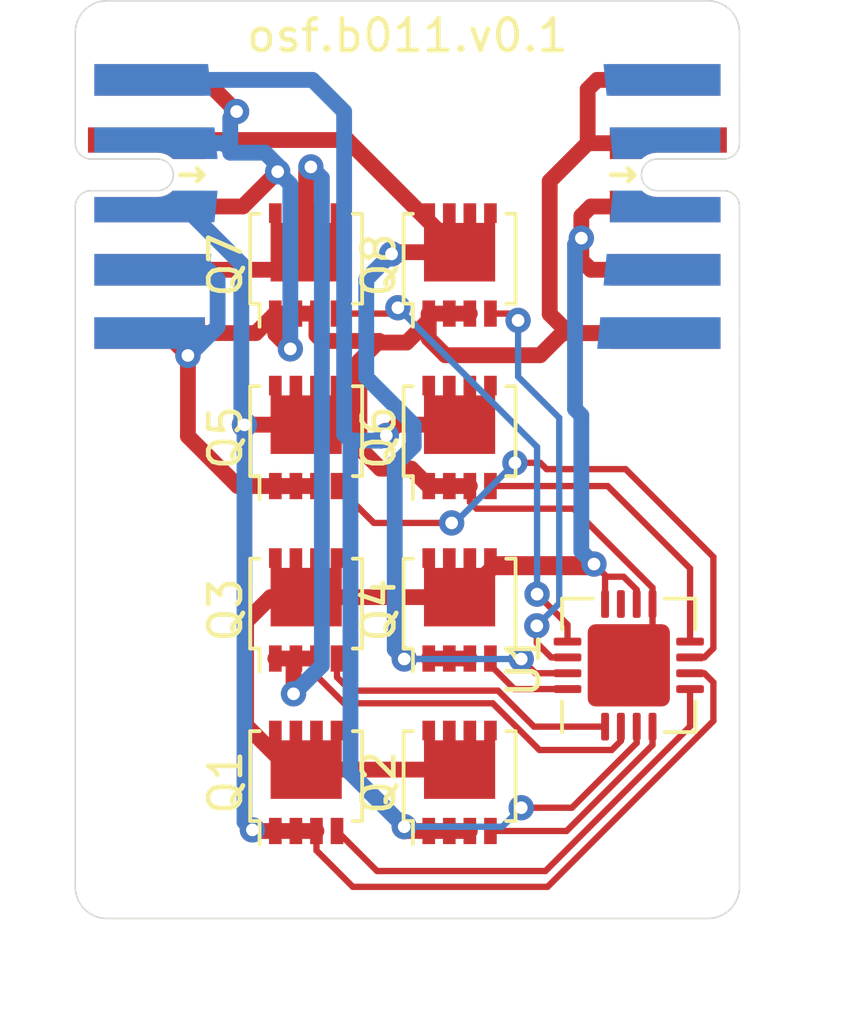
<source format=kicad_pcb>
(kicad_pcb (version 20171130) (host pcbnew "(5.1.10)-1")

  (general
    (thickness 1.6)
    (drawings 11)
    (tracks 241)
    (zones 0)
    (modules 11)
    (nets 15)
  )

  (page A4)
  (layers
    (0 F.Cu signal)
    (31 B.Cu signal)
    (32 B.Adhes user)
    (33 F.Adhes user)
    (34 B.Paste user)
    (35 F.Paste user)
    (36 B.SilkS user)
    (37 F.SilkS user)
    (38 B.Mask user)
    (39 F.Mask user)
    (40 Dwgs.User user)
    (41 Cmts.User user)
    (42 Eco1.User user)
    (43 Eco2.User user)
    (44 Edge.Cuts user)
    (45 Margin user)
    (46 B.CrtYd user)
    (47 F.CrtYd user)
    (48 B.Fab user)
    (49 F.Fab user)
  )

  (setup
    (last_trace_width 0.2)
    (user_trace_width 0.5)
    (trace_clearance 0.2)
    (zone_clearance 0.508)
    (zone_45_only no)
    (trace_min 0.2)
    (via_size 0.8)
    (via_drill 0.4)
    (via_min_size 0.4)
    (via_min_drill 0.3)
    (uvia_size 0.3)
    (uvia_drill 0.1)
    (uvias_allowed no)
    (uvia_min_size 0.2)
    (uvia_min_drill 0.1)
    (edge_width 0.05)
    (segment_width 0.2)
    (pcb_text_width 0.3)
    (pcb_text_size 1.5 1.5)
    (mod_edge_width 0.12)
    (mod_text_size 1 1)
    (mod_text_width 0.15)
    (pad_size 1.524 1.524)
    (pad_drill 0.762)
    (pad_to_mask_clearance 0.051)
    (solder_mask_min_width 0.25)
    (aux_axis_origin 0 0)
    (visible_elements 7FFFFFFF)
    (pcbplotparams
      (layerselection 0x010fc_ffffffff)
      (usegerberextensions false)
      (usegerberattributes false)
      (usegerberadvancedattributes false)
      (creategerberjobfile false)
      (excludeedgelayer true)
      (linewidth 0.100000)
      (plotframeref false)
      (viasonmask false)
      (mode 1)
      (useauxorigin false)
      (hpglpennumber 1)
      (hpglpenspeed 20)
      (hpglpendiameter 15.000000)
      (psnegative false)
      (psa4output false)
      (plotreference true)
      (plotvalue true)
      (plotinvisibletext false)
      (padsonsilk false)
      (subtractmaskfromsilk false)
      (outputformat 1)
      (mirror false)
      (drillshape 0)
      (scaleselection 1)
      (outputdirectory "gerber"))
  )

  (net 0 "")
  (net 1 /snippet/P)
  (net 2 /snippet/TG_78)
  (net 3 /snippet/CT4)
  (net 4 /snippet/TG_45)
  (net 5 /snippet/CT3)
  (net 6 /snippet/TG_36)
  (net 7 /snippet/CT2)
  (net 8 /snippet/TG_12)
  (net 9 /snippet/CT1)
  (net 10 /snippet/BG_78)
  (net 11 GND)
  (net 12 /snippet/BG_45)
  (net 13 /snippet/BG_36)
  (net 14 /snippet/BG_12)

  (net_class Default "This is the default net class."
    (clearance 0.2)
    (trace_width 0.2)
    (via_dia 0.8)
    (via_drill 0.4)
    (uvia_dia 0.3)
    (uvia_drill 0.1)
    (add_net /snippet/BG_12)
    (add_net /snippet/BG_36)
    (add_net /snippet/BG_45)
    (add_net /snippet/BG_78)
    (add_net /snippet/CT1)
    (add_net /snippet/CT2)
    (add_net /snippet/CT3)
    (add_net /snippet/CT4)
    (add_net /snippet/P)
    (add_net /snippet/TG_12)
    (add_net /snippet/TG_36)
    (add_net /snippet/TG_45)
    (add_net /snippet/TG_78)
    (add_net GND)
  )

  (module on_edge:on_edge_2x05_host (layer F.Cu) (tedit 607DF692) (tstamp 60321D68)
    (at 141 86.5 270)
    (path /60326398)
    (attr virtual)
    (fp_text reference J2 (at 0.05 -3.2 180 unlocked) (layer F.Fab)
      (effects (font (size 0.5 0.5) (thickness 0.125)))
    )
    (fp_text value PoE_2x2 (at -1.2 -2 90) (layer F.Fab)
      (effects (font (size 1 1) (thickness 0.15)))
    )
    (fp_line (start -1 4.05) (end -1 3.323) (layer F.SilkS) (width 0.153))
    (fp_line (start -0.8 3.523) (end -1 3.323) (layer F.SilkS) (width 0.153))
    (fp_line (start -1 3.323) (end -1.2 3.523) (layer F.SilkS) (width 0.153))
    (fp_line (start -1.5 0.5) (end -1.5 2.6) (layer Edge.Cuts) (width 0.05))
    (fp_line (start -0.5 2.6) (end -0.5 0.5) (layer Edge.Cuts) (width 0.05))
    (fp_line (start -4 0) (end -2 0) (layer Edge.Cuts) (width 0.05))
    (fp_line (start 0 0) (end 4 0) (layer Edge.Cuts) (width 0.05))
    (fp_line (start -5 5) (end 5 5) (layer F.CrtYd) (width 0.05))
    (fp_line (start 5 5) (end 5 -0.5) (layer F.CrtYd) (width 0.05))
    (fp_line (start 5 -0.5) (end -5 -0.5) (layer F.CrtYd) (width 0.05))
    (fp_line (start -5 -0.5) (end -5 5) (layer F.CrtYd) (width 0.05))
    (fp_line (start 5 5) (end -5 5) (layer B.CrtYd) (width 0.05))
    (fp_line (start -5 5) (end -5 -0.5) (layer B.CrtYd) (width 0.05))
    (fp_line (start -5 -0.5) (end 5 -0.5) (layer B.CrtYd) (width 0.05))
    (fp_line (start 5 -0.5) (end 5 5) (layer B.CrtYd) (width 0.05))
    (fp_arc (start 0 0.5) (end 0 0) (angle -90) (layer Edge.Cuts) (width 0.05))
    (fp_arc (start -2 0.5) (end -1.5 0.5) (angle -90) (layer Edge.Cuts) (width 0.05))
    (fp_arc (start -1 2.6) (end -1.5 2.6) (angle -180) (layer Edge.Cuts) (width 0.05))
    (pad 2 smd custom (at -2 3.6 270) (size 1 1) (layers F.Cu F.Mask)
      (net 11 GND) (zone_connect 0)
      (options (clearance outline) (anchor rect))
      (primitives
        (gr_poly (pts
           (xy 0.3 -0.99) (xy 0.31 -0.88) (xy 0.33 -0.8) (xy 0.35 -0.74) (xy 0.37 -0.69)
           (xy 0.4 -0.64) (xy 0.44 -0.58) (xy 0.48 -0.53) (xy 0.5 -0.51) (xy 0.5 0.5)
           (xy -0.5 0.5) (xy -0.5 -3.2) (xy 0.3 -3.2)) (width 0))
      ))
    (pad 3 smd custom (at 0 3.6 270) (size 1 1) (layers F.Cu F.Mask)
      (net 1 /snippet/P) (zone_connect 0)
      (options (clearance outline) (anchor rect))
      (primitives
        (gr_poly (pts
           (xy -0.3 -0.99) (xy -0.31 -0.88) (xy -0.33 -0.8) (xy -0.35 -0.74) (xy -0.37 -0.69)
           (xy -0.4 -0.64) (xy -0.44 -0.58) (xy -0.48 -0.53) (xy -0.5 -0.51) (xy -0.5 0.5)
           (xy 0.5 0.5) (xy 0.5 -3) (xy -0.3 -3)) (width 0))
      ))
    (pad 8 smd custom (at 0 2.1 90) (size 0.4 0.4) (layers B.Cu B.Mask)
      (zone_connect 0)
      (options (clearance outline) (anchor rect))
      (primitives
        (gr_poly (pts
           (xy 0.3 -0.51) (xy 0.31 -0.62) (xy 0.33 -0.7) (xy 0.35 -0.76) (xy 0.37 -0.81)
           (xy 0.4 -0.86) (xy 0.44 -0.92) (xy 0.48 -0.97) (xy 0.5 -0.99) (xy 0.5 -1.9)
           (xy -0.5 -2) (xy -0.5 1.5) (xy 0.3 1.5)) (width 0))
      ))
    (pad 7 smd custom (at -2 2.1 90) (size 0.4 0.4) (layers B.Cu B.Mask)
      (zone_connect 0)
      (options (clearance outline) (anchor rect))
      (primitives
        (gr_poly (pts
           (xy -0.3 -0.51) (xy -0.31 -0.62) (xy -0.33 -0.7) (xy -0.35 -0.76) (xy -0.37 -0.81)
           (xy -0.4 -0.86) (xy -0.44 -0.92) (xy -0.48 -0.97) (xy -0.5 -0.99) (xy -0.5 -1.9)
           (xy 0.5 -2) (xy 0.5 1.5) (xy -0.3 1.5)) (width 0))
      ))
    (pad 4 smd rect (at 2 2.35 270) (size 1 3.5) (layers F.Cu F.Mask)
      (net 1 /snippet/P) (zone_connect 0))
    (pad 10 smd custom (at 4 2.5 90) (size 1 3.8) (layers B.Cu B.Mask)
      (zone_connect 0)
      (options (clearance outline) (anchor rect))
      (primitives
        (gr_poly (pts
           (xy 0.5 -1.9) (xy -0.5 -2) (xy -0.5 -1.9)) (width 0))
      ))
    (pad 9 smd custom (at 2 2.4 90) (size 1 3.6) (layers B.Cu B.Mask)
      (zone_connect 0)
      (options (clearance outline) (anchor rect))
      (primitives
        (gr_poly (pts
           (xy 0.5 -1.8) (xy -0.5 -1.9) (xy -0.5 -1.8)) (width 0))
      ))
    (pad 6 smd custom (at -4 2.4 90) (size 1 3.6) (layers B.Cu B.Mask)
      (zone_connect 0)
      (options (clearance outline) (anchor rect))
      (primitives
        (gr_poly (pts
           (xy 0.5 -1.8) (xy 0.5 -1.9) (xy -0.5 -1.8)) (width 0))
      ))
    (pad 5 smd rect (at 4 2.35 270) (size 1 3.5) (layers F.Cu F.Mask)
      (net 11 GND) (zone_connect 0))
    (pad 1 smd rect (at -4 2.35 270) (size 1 3.5) (layers F.Cu F.Mask)
      (net 11 GND) (zone_connect 0))
  )

  (module on_edge:on_edge_2x05_device (layer F.Cu) (tedit 607DF540) (tstamp 609CE217)
    (at 120 86.5 270)
    (path /60324A07)
    (attr virtual)
    (fp_text reference J1 (at 0 1.2 270 unlocked) (layer F.Fab)
      (effects (font (size 0.5 0.5) (thickness 0.05)))
    )
    (fp_text value 004_BASE-T_CT_2x3 (at 0 2 270 unlocked) (layer F.Fab)
      (effects (font (size 0.5 0.5) (thickness 0.05)))
    )
    (fp_line (start 5 0.5) (end 5 -5) (layer B.CrtYd) (width 0.05))
    (fp_line (start -5 0.5) (end 5 0.5) (layer B.CrtYd) (width 0.05))
    (fp_line (start -5 -5) (end -5 0.5) (layer B.CrtYd) (width 0.05))
    (fp_line (start 5 -5) (end -5 -5) (layer B.CrtYd) (width 0.05))
    (fp_line (start -5 0.5) (end -5 -5) (layer F.CrtYd) (width 0.05))
    (fp_line (start 5 0.5) (end -5 0.5) (layer F.CrtYd) (width 0.05))
    (fp_line (start 5 -5) (end 5 0.5) (layer F.CrtYd) (width 0.05))
    (fp_line (start -5 -5) (end 5 -5) (layer F.CrtYd) (width 0.05))
    (fp_line (start 0 0) (end 4 0) (layer Edge.Cuts) (width 0.05))
    (fp_line (start -4 0) (end -2 0) (layer Edge.Cuts) (width 0.05))
    (fp_line (start -1 -4.05) (end -1 -3.323) (layer F.SilkS) (width 0.153))
    (fp_line (start -1 -4.05) (end -0.8 -3.85) (layer F.SilkS) (width 0.153))
    (fp_line (start -1.2 -3.85) (end -1 -4.05) (layer F.SilkS) (width 0.153))
    (fp_line (start -0.5 -0.5) (end -0.5 -2.6) (layer Edge.Cuts) (width 0.05))
    (fp_line (start -1.5 -2.6) (end -1.5 -0.5) (layer Edge.Cuts) (width 0.05))
    (fp_arc (start -2 -0.5) (end -2 0) (angle -90) (layer Edge.Cuts) (width 0.05))
    (fp_arc (start 0 -0.5) (end -0.5 -0.5) (angle -90) (layer Edge.Cuts) (width 0.05))
    (fp_arc (start -1 -2.6) (end -0.5 -2.6) (angle -180) (layer Edge.Cuts) (width 0.05))
    (pad 2 smd custom (at -2 -3.6 270) (size 1 1) (layers F.Cu F.Mask)
      (net 9 /snippet/CT1) (zone_connect 0)
      (options (clearance outline) (anchor rect))
      (primitives
        (gr_poly (pts
           (xy 0.3 1) (xy 0.31 0.89) (xy 0.33 0.81) (xy 0.35 0.75) (xy 0.37 0.7)
           (xy 0.4 0.65) (xy 0.44 0.59) (xy 0.48 0.54) (xy 0.5 0.52) (xy 0.5 -0.5)
           (xy -0.5 -0.5) (xy -0.5 3.2) (xy 0.3 3.2)) (width 0))
      ))
    (pad 3 smd custom (at 0 -3.6 270) (size 1 1) (layers F.Cu F.Mask)
      (net 11 GND) (zone_connect 0)
      (options (clearance outline) (anchor rect))
      (primitives
        (gr_poly (pts
           (xy -0.3 1) (xy -0.31 0.89) (xy -0.33 0.81) (xy -0.35 0.75) (xy -0.37 0.7)
           (xy -0.4 0.65) (xy -0.44 0.59) (xy -0.48 0.54) (xy -0.5 0.52) (xy -0.5 -0.5)
           (xy 0.5 -0.5) (xy 0.5 3) (xy -0.3 3)) (width 0))
      ))
    (pad 8 smd custom (at 0 -2.1 270) (size 0.4 0.4) (layers B.Cu B.Mask)
      (net 3 /snippet/CT4) (zone_connect 0)
      (options (clearance outline) (anchor rect))
      (primitives
        (gr_poly (pts
           (xy -0.3 -0.51) (xy -0.31 -0.62) (xy -0.33 -0.7) (xy -0.35 -0.76) (xy -0.37 -0.81)
           (xy -0.4 -0.86) (xy -0.44 -0.92) (xy -0.48 -0.97) (xy -0.5 -0.99) (xy -0.5 -2.4)
           (xy 0.5 -2.3) (xy 0.5 1.5) (xy -0.3 1.5)) (width 0))
      ))
    (pad 7 smd custom (at -2 -2.1 270) (size 0.4 0.4) (layers B.Cu B.Mask)
      (net 11 GND) (zone_connect 0)
      (options (clearance outline) (anchor rect))
      (primitives
        (gr_poly (pts
           (xy 0.3 -0.51) (xy 0.31 -0.62) (xy 0.33 -0.7) (xy 0.35 -0.76) (xy 0.37 -0.81)
           (xy 0.4 -0.86) (xy 0.44 -0.92) (xy 0.48 -0.97) (xy 0.5 -0.99) (xy 0.5 -2.4)
           (xy -0.5 -2.3) (xy -0.5 1.5) (xy 0.3 1.5)) (width 0))
      ))
    (pad 10 smd custom (at 4 -2.3 270) (size 1 3.4) (layers B.Cu B.Mask)
      (net 11 GND) (zone_connect 0)
      (options (clearance outline) (anchor rect))
      (primitives
        (gr_poly (pts
           (xy -0.5 -1.7) (xy -0.5 -1.8) (xy 0.5 -1.7)) (width 0))
      ))
    (pad 9 smd custom (at 2 -2.4 270) (size 1 3.6) (layers B.Cu B.Mask)
      (net 11 GND) (zone_connect 0)
      (options (clearance outline) (anchor rect))
      (primitives
        (gr_poly (pts
           (xy -0.5 -1.8) (xy -0.5 -1.9) (xy 0.5 -1.8)) (width 0))
      ))
    (pad 6 smd custom (at -4 -2.4 270) (size 1 3.6) (layers B.Cu B.Mask)
      (net 5 /snippet/CT3) (zone_connect 0)
      (options (clearance outline) (anchor rect))
      (primitives
        (gr_poly (pts
           (xy 0.5 -1.8) (xy 0.5 -1.9) (xy -0.5 -1.8)) (width 0))
      ))
    (pad 5 smd rect (at 4 -2.35 90) (size 1 3.5) (layers F.Cu F.Mask)
      (net 11 GND) (zone_connect 0))
    (pad 1 smd rect (at -4 -2.35 90) (size 1 3.5) (layers F.Cu F.Mask)
      (net 11 GND) (zone_connect 0))
    (pad 4 smd rect (at 2 -2.35 90) (size 1 3.5) (layers F.Cu F.Mask)
      (net 7 /snippet/CT2) (zone_connect 0))
  )

  (module Package_DFN_QFN:WQFN-16-1EP_4x4mm_P0.5mm_EP2.6x2.6mm (layer F.Cu) (tedit 5C3281A7) (tstamp 60321FE2)
    (at 137.5 101 90)
    (descr "WQFN, 16 Pin (http://www.ti.com/lit/ds/symlink/ldc1312.pdf#page=59), generated with kicad-footprint-generator ipc_noLead_generator.py")
    (tags "WQFN NoLead")
    (path /6031BEFE/60323155)
    (attr smd)
    (fp_text reference U1 (at 0 -3.32 90) (layer F.SilkS)
      (effects (font (size 1 1) (thickness 0.15)))
    )
    (fp_text value LT4321 (at 0 3.32 90) (layer F.Fab)
      (effects (font (size 1 1) (thickness 0.15)))
    )
    (fp_line (start 2.62 -2.62) (end -2.62 -2.62) (layer F.CrtYd) (width 0.05))
    (fp_line (start 2.62 2.62) (end 2.62 -2.62) (layer F.CrtYd) (width 0.05))
    (fp_line (start -2.62 2.62) (end 2.62 2.62) (layer F.CrtYd) (width 0.05))
    (fp_line (start -2.62 -2.62) (end -2.62 2.62) (layer F.CrtYd) (width 0.05))
    (fp_line (start -2 -1) (end -1 -2) (layer F.Fab) (width 0.1))
    (fp_line (start -2 2) (end -2 -1) (layer F.Fab) (width 0.1))
    (fp_line (start 2 2) (end -2 2) (layer F.Fab) (width 0.1))
    (fp_line (start 2 -2) (end 2 2) (layer F.Fab) (width 0.1))
    (fp_line (start -1 -2) (end 2 -2) (layer F.Fab) (width 0.1))
    (fp_line (start -1.135 -2.11) (end -2.11 -2.11) (layer F.SilkS) (width 0.12))
    (fp_line (start 2.11 2.11) (end 2.11 1.135) (layer F.SilkS) (width 0.12))
    (fp_line (start 1.135 2.11) (end 2.11 2.11) (layer F.SilkS) (width 0.12))
    (fp_line (start -2.11 2.11) (end -2.11 1.135) (layer F.SilkS) (width 0.12))
    (fp_line (start -1.135 2.11) (end -2.11 2.11) (layer F.SilkS) (width 0.12))
    (fp_line (start 2.11 -2.11) (end 2.11 -1.135) (layer F.SilkS) (width 0.12))
    (fp_line (start 1.135 -2.11) (end 2.11 -2.11) (layer F.SilkS) (width 0.12))
    (fp_text user %R (at 0 0 90) (layer F.Fab)
      (effects (font (size 1 1) (thickness 0.15)))
    )
    (pad 16 smd roundrect (at -0.75 -1.9375 90) (size 0.25 0.875) (layers F.Cu F.Paste F.Mask) (roundrect_rratio 0.25)
      (net 8 /snippet/TG_12))
    (pad 15 smd roundrect (at -0.25 -1.9375 90) (size 0.25 0.875) (layers F.Cu F.Paste F.Mask) (roundrect_rratio 0.25)
      (net 9 /snippet/CT1))
    (pad 14 smd roundrect (at 0.25 -1.9375 90) (size 0.25 0.875) (layers F.Cu F.Paste F.Mask) (roundrect_rratio 0.25)
      (net 14 /snippet/BG_12))
    (pad 13 smd roundrect (at 0.75 -1.9375 90) (size 0.25 0.875) (layers F.Cu F.Paste F.Mask) (roundrect_rratio 0.25)
      (net 13 /snippet/BG_36))
    (pad 12 smd roundrect (at 1.9375 -0.75 90) (size 0.875 0.25) (layers F.Cu F.Paste F.Mask) (roundrect_rratio 0.25)
      (net 1 /snippet/P))
    (pad 11 smd roundrect (at 1.9375 -0.25 90) (size 0.875 0.25) (layers F.Cu F.Paste F.Mask) (roundrect_rratio 0.25))
    (pad 10 smd roundrect (at 1.9375 0.25 90) (size 0.875 0.25) (layers F.Cu F.Paste F.Mask) (roundrect_rratio 0.25)
      (net 1 /snippet/P))
    (pad 9 smd roundrect (at 1.9375 0.75 90) (size 0.875 0.25) (layers F.Cu F.Paste F.Mask) (roundrect_rratio 0.25)
      (net 11 GND))
    (pad 8 smd roundrect (at 0.75 1.9375 90) (size 0.25 0.875) (layers F.Cu F.Paste F.Mask) (roundrect_rratio 0.25)
      (net 12 /snippet/BG_45))
    (pad 7 smd roundrect (at 0.25 1.9375 90) (size 0.25 0.875) (layers F.Cu F.Paste F.Mask) (roundrect_rratio 0.25)
      (net 10 /snippet/BG_78))
    (pad 6 smd roundrect (at -0.25 1.9375 90) (size 0.25 0.875) (layers F.Cu F.Paste F.Mask) (roundrect_rratio 0.25)
      (net 3 /snippet/CT4))
    (pad 5 smd roundrect (at -0.75 1.9375 90) (size 0.25 0.875) (layers F.Cu F.Paste F.Mask) (roundrect_rratio 0.25)
      (net 2 /snippet/TG_78))
    (pad 4 smd roundrect (at -1.9375 0.75 90) (size 0.875 0.25) (layers F.Cu F.Paste F.Mask) (roundrect_rratio 0.25)
      (net 4 /snippet/TG_45))
    (pad 3 smd roundrect (at -1.9375 0.25 90) (size 0.875 0.25) (layers F.Cu F.Paste F.Mask) (roundrect_rratio 0.25)
      (net 5 /snippet/CT3))
    (pad 2 smd roundrect (at -1.9375 -0.25 90) (size 0.875 0.25) (layers F.Cu F.Paste F.Mask) (roundrect_rratio 0.25)
      (net 7 /snippet/CT2))
    (pad 1 smd roundrect (at -1.9375 -0.75 90) (size 0.875 0.25) (layers F.Cu F.Paste F.Mask) (roundrect_rratio 0.25)
      (net 6 /snippet/TG_36))
    (pad "" smd roundrect (at 0.65 0.65 90) (size 1.05 1.05) (layers F.Paste) (roundrect_rratio 0.2380942857142857))
    (pad "" smd roundrect (at 0.65 -0.65 90) (size 1.05 1.05) (layers F.Paste) (roundrect_rratio 0.2380942857142857))
    (pad "" smd roundrect (at -0.65 0.65 90) (size 1.05 1.05) (layers F.Paste) (roundrect_rratio 0.2380942857142857))
    (pad "" smd roundrect (at -0.65 -0.65 90) (size 1.05 1.05) (layers F.Paste) (roundrect_rratio 0.2380942857142857))
    (pad 17 smd roundrect (at 0 0 90) (size 2.6 2.6) (layers F.Cu F.Mask) (roundrect_rratio 0.09615384615384616)
      (net 11 GND))
    (model ${KISYS3DMOD}/Package_DFN_QFN.3dshapes/WQFN-16-1EP_4x4mm_P0.5mm_EP2.6x2.6mm.wrl
      (at (xyz 0 0 0))
      (scale (xyz 1 1 1))
      (rotate (xyz 0 0 0))
    )
  )

  (module Package_TO_SOT_SMD:LFPAK33 (layer F.Cu) (tedit 5BA2DFCD) (tstamp 6031BD57)
    (at 132.15 88.35 90)
    (descr "LFPAK33 SOT-1210 https://assets.nexperia.com/documents/outline-drawing/SOT1210.pdf")
    (tags "LFPAK33 SOT-1210")
    (path /6031BEFE/603230EE)
    (solder_mask_margin 0.05)
    (attr smd)
    (fp_text reference Q8 (at 0 -2.55 90) (layer F.SilkS)
      (effects (font (size 1 1) (thickness 0.15)))
    )
    (fp_text value PSMN040-100MSEX (at 0 2.64 90) (layer F.Fab)
      (effects (font (size 1 1) (thickness 0.15)))
    )
    (fp_line (start -0.6 -1.65) (end -1.1 -1.15) (layer F.Fab) (width 0.1))
    (fp_line (start -1.95 -1.475) (end -1.22 -1.475) (layer F.SilkS) (width 0.12))
    (fp_line (start -2.2 1.9) (end -2.2 -1.9) (layer F.CrtYd) (width 0.05))
    (fp_line (start -2.2 1.9) (end 2.2 1.9) (layer F.CrtYd) (width 0.05))
    (fp_line (start -2.2 -1.9) (end 2.2 -1.9) (layer F.CrtYd) (width 0.05))
    (fp_line (start 2.2 -1.9) (end 2.2 1.9) (layer F.CrtYd) (width 0.05))
    (fp_line (start 1.5 1.65) (end 1.5 -1.65) (layer F.Fab) (width 0.1))
    (fp_line (start -1.1 1.65) (end 1.5 1.65) (layer F.Fab) (width 0.1))
    (fp_line (start -1.1 -1.15) (end -1.1 1.65) (layer F.Fab) (width 0.1))
    (fp_line (start -0.6 -1.65) (end 1.5 -1.65) (layer F.Fab) (width 0.1))
    (fp_line (start -1.22 -1.77) (end -1.22 -1.475) (layer F.SilkS) (width 0.12))
    (fp_line (start 1.62 -1.77) (end -1.22 -1.77) (layer F.SilkS) (width 0.12))
    (fp_line (start 1.62 -1.475) (end 1.62 -1.77) (layer F.SilkS) (width 0.12))
    (fp_line (start 1.62 1.77) (end 1.62 1.475) (layer F.SilkS) (width 0.12))
    (fp_line (start -1.22 1.77) (end 1.62 1.77) (layer F.SilkS) (width 0.12))
    (fp_line (start -1.22 1.475) (end -1.22 1.77) (layer F.SilkS) (width 0.12))
    (fp_text user %R (at 0 0) (layer F.Fab)
      (effects (font (size 0.75 0.75) (thickness 0.13)))
    )
    (pad 5 smd custom (at 0.405 0 90) (size 1.85 2.25) (layers F.Cu F.Mask)
      (net 9 /snippet/CT1) (zone_connect 2)
      (options (clearance outline) (anchor rect))
      (primitives
        (gr_poly (pts
           (xy 0.925 -1.175) (xy 1.545 -1.175) (xy 1.545 -0.775) (xy 0.925 -0.775)) (width 0))
        (gr_poly (pts
           (xy 0.925 -0.525) (xy 1.545 -0.525) (xy 1.545 -0.125) (xy 0.925 -0.125)) (width 0))
        (gr_poly (pts
           (xy 0.925 0.125) (xy 1.545 0.125) (xy 1.545 0.525) (xy 0.925 0.525)) (width 0))
        (gr_poly (pts
           (xy 0.925 0.775) (xy 1.545 0.775) (xy 1.545 1.175) (xy 0.925 1.175)) (width 0))
      ))
    (pad "" smd rect (at 1.575 0.975 90) (size 0.75 0.3) (layers F.Paste))
    (pad "" smd rect (at 1.575 0.325 90) (size 0.75 0.3) (layers F.Paste))
    (pad "" smd rect (at 1.575 -0.325 90) (size 0.75 0.3) (layers F.Paste))
    (pad "" smd rect (at 1.575 -0.975 90) (size 0.75 0.3) (layers F.Paste))
    (pad "" smd rect (at -1.535 -0.975 90) (size 0.83 0.3) (layers F.Paste))
    (pad "" smd rect (at -1.535 -0.325 90) (size 0.83 0.3) (layers F.Paste))
    (pad "" smd rect (at -1.535 0.325 90) (size 0.83 0.3) (layers F.Paste))
    (pad 4 smd rect (at -1.535 0.975 90) (size 0.83 0.4) (layers F.Cu F.Mask)
      (net 14 /snippet/BG_12))
    (pad "" smd rect (at -1.535 0.975 90) (size 0.83 0.3) (layers F.Paste))
    (pad 3 smd rect (at -1.535 0.325 90) (size 0.83 0.4) (layers F.Cu F.Mask)
      (net 11 GND))
    (pad 1 smd rect (at -1.535 -0.975 90) (size 0.83 0.4) (layers F.Cu F.Mask)
      (net 11 GND))
    (pad 2 smd rect (at -1.535 -0.325 90) (size 0.83 0.4) (layers F.Cu F.Mask)
      (net 11 GND))
    (pad "" smd rect (at 0.645 0.626 90) (size 0.51 0.635) (layers F.Paste))
    (pad "" smd rect (at -0.215 0.626 90) (size 0.51 0.635) (layers F.Paste))
    (pad "" smd rect (at 0.645 -0.626 90) (size 0.51 0.635) (layers F.Paste))
    (pad "" smd rect (at -0.215 -0.626 90) (size 0.51 0.635) (layers F.Paste))
    (model ${KISYS3DMOD}/Package_TO_SOT_SMD.3dshapes/LFPAK33.wrl
      (at (xyz 0 0 0))
      (scale (xyz 1 1 1))
      (rotate (xyz 0 0 0))
    )
  )

  (module Package_TO_SOT_SMD:LFPAK33 (layer F.Cu) (tedit 5BA2DFCD) (tstamp 6031BD31)
    (at 127.3 88.35 90)
    (descr "LFPAK33 SOT-1210 https://assets.nexperia.com/documents/outline-drawing/SOT1210.pdf")
    (tags "LFPAK33 SOT-1210")
    (path /6031BEFE/603230FC)
    (solder_mask_margin 0.05)
    (attr smd)
    (fp_text reference Q7 (at 0 -2.55 90) (layer F.SilkS)
      (effects (font (size 1 1) (thickness 0.15)))
    )
    (fp_text value PSMN040-100MSEX (at 0 2.64 90) (layer F.Fab)
      (effects (font (size 1 1) (thickness 0.15)))
    )
    (fp_line (start -0.6 -1.65) (end -1.1 -1.15) (layer F.Fab) (width 0.1))
    (fp_line (start -1.95 -1.475) (end -1.22 -1.475) (layer F.SilkS) (width 0.12))
    (fp_line (start -2.2 1.9) (end -2.2 -1.9) (layer F.CrtYd) (width 0.05))
    (fp_line (start -2.2 1.9) (end 2.2 1.9) (layer F.CrtYd) (width 0.05))
    (fp_line (start -2.2 -1.9) (end 2.2 -1.9) (layer F.CrtYd) (width 0.05))
    (fp_line (start 2.2 -1.9) (end 2.2 1.9) (layer F.CrtYd) (width 0.05))
    (fp_line (start 1.5 1.65) (end 1.5 -1.65) (layer F.Fab) (width 0.1))
    (fp_line (start -1.1 1.65) (end 1.5 1.65) (layer F.Fab) (width 0.1))
    (fp_line (start -1.1 -1.15) (end -1.1 1.65) (layer F.Fab) (width 0.1))
    (fp_line (start -0.6 -1.65) (end 1.5 -1.65) (layer F.Fab) (width 0.1))
    (fp_line (start -1.22 -1.77) (end -1.22 -1.475) (layer F.SilkS) (width 0.12))
    (fp_line (start 1.62 -1.77) (end -1.22 -1.77) (layer F.SilkS) (width 0.12))
    (fp_line (start 1.62 -1.475) (end 1.62 -1.77) (layer F.SilkS) (width 0.12))
    (fp_line (start 1.62 1.77) (end 1.62 1.475) (layer F.SilkS) (width 0.12))
    (fp_line (start -1.22 1.77) (end 1.62 1.77) (layer F.SilkS) (width 0.12))
    (fp_line (start -1.22 1.475) (end -1.22 1.77) (layer F.SilkS) (width 0.12))
    (fp_text user %R (at 0 0) (layer F.Fab)
      (effects (font (size 0.75 0.75) (thickness 0.13)))
    )
    (pad 5 smd custom (at 0.405 0 90) (size 1.85 2.25) (layers F.Cu F.Mask)
      (net 7 /snippet/CT2) (zone_connect 2)
      (options (clearance outline) (anchor rect))
      (primitives
        (gr_poly (pts
           (xy 0.925 -1.175) (xy 1.545 -1.175) (xy 1.545 -0.775) (xy 0.925 -0.775)) (width 0))
        (gr_poly (pts
           (xy 0.925 -0.525) (xy 1.545 -0.525) (xy 1.545 -0.125) (xy 0.925 -0.125)) (width 0))
        (gr_poly (pts
           (xy 0.925 0.125) (xy 1.545 0.125) (xy 1.545 0.525) (xy 0.925 0.525)) (width 0))
        (gr_poly (pts
           (xy 0.925 0.775) (xy 1.545 0.775) (xy 1.545 1.175) (xy 0.925 1.175)) (width 0))
      ))
    (pad "" smd rect (at 1.575 0.975 90) (size 0.75 0.3) (layers F.Paste))
    (pad "" smd rect (at 1.575 0.325 90) (size 0.75 0.3) (layers F.Paste))
    (pad "" smd rect (at 1.575 -0.325 90) (size 0.75 0.3) (layers F.Paste))
    (pad "" smd rect (at 1.575 -0.975 90) (size 0.75 0.3) (layers F.Paste))
    (pad "" smd rect (at -1.535 -0.975 90) (size 0.83 0.3) (layers F.Paste))
    (pad "" smd rect (at -1.535 -0.325 90) (size 0.83 0.3) (layers F.Paste))
    (pad "" smd rect (at -1.535 0.325 90) (size 0.83 0.3) (layers F.Paste))
    (pad 4 smd rect (at -1.535 0.975 90) (size 0.83 0.4) (layers F.Cu F.Mask)
      (net 13 /snippet/BG_36))
    (pad "" smd rect (at -1.535 0.975 90) (size 0.83 0.3) (layers F.Paste))
    (pad 3 smd rect (at -1.535 0.325 90) (size 0.83 0.4) (layers F.Cu F.Mask)
      (net 11 GND))
    (pad 1 smd rect (at -1.535 -0.975 90) (size 0.83 0.4) (layers F.Cu F.Mask)
      (net 11 GND))
    (pad 2 smd rect (at -1.535 -0.325 90) (size 0.83 0.4) (layers F.Cu F.Mask)
      (net 11 GND))
    (pad "" smd rect (at 0.645 0.626 90) (size 0.51 0.635) (layers F.Paste))
    (pad "" smd rect (at -0.215 0.626 90) (size 0.51 0.635) (layers F.Paste))
    (pad "" smd rect (at 0.645 -0.626 90) (size 0.51 0.635) (layers F.Paste))
    (pad "" smd rect (at -0.215 -0.626 90) (size 0.51 0.635) (layers F.Paste))
    (model ${KISYS3DMOD}/Package_TO_SOT_SMD.3dshapes/LFPAK33.wrl
      (at (xyz 0 0 0))
      (scale (xyz 1 1 1))
      (rotate (xyz 0 0 0))
    )
  )

  (module Package_TO_SOT_SMD:LFPAK33 (layer F.Cu) (tedit 5BA2DFCD) (tstamp 6031BD0B)
    (at 132.15 93.8 90)
    (descr "LFPAK33 SOT-1210 https://assets.nexperia.com/documents/outline-drawing/SOT1210.pdf")
    (tags "LFPAK33 SOT-1210")
    (path /6031BEFE/6032310A)
    (solder_mask_margin 0.05)
    (attr smd)
    (fp_text reference Q6 (at 0 -2.55 90) (layer F.SilkS)
      (effects (font (size 1 1) (thickness 0.15)))
    )
    (fp_text value PSMN040-100MSEX (at 0 2.64 90) (layer F.Fab)
      (effects (font (size 1 1) (thickness 0.15)))
    )
    (fp_line (start -0.6 -1.65) (end -1.1 -1.15) (layer F.Fab) (width 0.1))
    (fp_line (start -1.95 -1.475) (end -1.22 -1.475) (layer F.SilkS) (width 0.12))
    (fp_line (start -2.2 1.9) (end -2.2 -1.9) (layer F.CrtYd) (width 0.05))
    (fp_line (start -2.2 1.9) (end 2.2 1.9) (layer F.CrtYd) (width 0.05))
    (fp_line (start -2.2 -1.9) (end 2.2 -1.9) (layer F.CrtYd) (width 0.05))
    (fp_line (start 2.2 -1.9) (end 2.2 1.9) (layer F.CrtYd) (width 0.05))
    (fp_line (start 1.5 1.65) (end 1.5 -1.65) (layer F.Fab) (width 0.1))
    (fp_line (start -1.1 1.65) (end 1.5 1.65) (layer F.Fab) (width 0.1))
    (fp_line (start -1.1 -1.15) (end -1.1 1.65) (layer F.Fab) (width 0.1))
    (fp_line (start -0.6 -1.65) (end 1.5 -1.65) (layer F.Fab) (width 0.1))
    (fp_line (start -1.22 -1.77) (end -1.22 -1.475) (layer F.SilkS) (width 0.12))
    (fp_line (start 1.62 -1.77) (end -1.22 -1.77) (layer F.SilkS) (width 0.12))
    (fp_line (start 1.62 -1.475) (end 1.62 -1.77) (layer F.SilkS) (width 0.12))
    (fp_line (start 1.62 1.77) (end 1.62 1.475) (layer F.SilkS) (width 0.12))
    (fp_line (start -1.22 1.77) (end 1.62 1.77) (layer F.SilkS) (width 0.12))
    (fp_line (start -1.22 1.475) (end -1.22 1.77) (layer F.SilkS) (width 0.12))
    (fp_text user %R (at 0 0) (layer F.Fab)
      (effects (font (size 0.75 0.75) (thickness 0.13)))
    )
    (pad 5 smd custom (at 0.405 0 90) (size 1.85 2.25) (layers F.Cu F.Mask)
      (net 5 /snippet/CT3) (zone_connect 2)
      (options (clearance outline) (anchor rect))
      (primitives
        (gr_poly (pts
           (xy 0.925 -1.175) (xy 1.545 -1.175) (xy 1.545 -0.775) (xy 0.925 -0.775)) (width 0))
        (gr_poly (pts
           (xy 0.925 -0.525) (xy 1.545 -0.525) (xy 1.545 -0.125) (xy 0.925 -0.125)) (width 0))
        (gr_poly (pts
           (xy 0.925 0.125) (xy 1.545 0.125) (xy 1.545 0.525) (xy 0.925 0.525)) (width 0))
        (gr_poly (pts
           (xy 0.925 0.775) (xy 1.545 0.775) (xy 1.545 1.175) (xy 0.925 1.175)) (width 0))
      ))
    (pad "" smd rect (at 1.575 0.975 90) (size 0.75 0.3) (layers F.Paste))
    (pad "" smd rect (at 1.575 0.325 90) (size 0.75 0.3) (layers F.Paste))
    (pad "" smd rect (at 1.575 -0.325 90) (size 0.75 0.3) (layers F.Paste))
    (pad "" smd rect (at 1.575 -0.975 90) (size 0.75 0.3) (layers F.Paste))
    (pad "" smd rect (at -1.535 -0.975 90) (size 0.83 0.3) (layers F.Paste))
    (pad "" smd rect (at -1.535 -0.325 90) (size 0.83 0.3) (layers F.Paste))
    (pad "" smd rect (at -1.535 0.325 90) (size 0.83 0.3) (layers F.Paste))
    (pad 4 smd rect (at -1.535 0.975 90) (size 0.83 0.4) (layers F.Cu F.Mask)
      (net 12 /snippet/BG_45))
    (pad "" smd rect (at -1.535 0.975 90) (size 0.83 0.3) (layers F.Paste))
    (pad 3 smd rect (at -1.535 0.325 90) (size 0.83 0.4) (layers F.Cu F.Mask)
      (net 11 GND))
    (pad 1 smd rect (at -1.535 -0.975 90) (size 0.83 0.4) (layers F.Cu F.Mask)
      (net 11 GND))
    (pad 2 smd rect (at -1.535 -0.325 90) (size 0.83 0.4) (layers F.Cu F.Mask)
      (net 11 GND))
    (pad "" smd rect (at 0.645 0.626 90) (size 0.51 0.635) (layers F.Paste))
    (pad "" smd rect (at -0.215 0.626 90) (size 0.51 0.635) (layers F.Paste))
    (pad "" smd rect (at 0.645 -0.626 90) (size 0.51 0.635) (layers F.Paste))
    (pad "" smd rect (at -0.215 -0.626 90) (size 0.51 0.635) (layers F.Paste))
    (model ${KISYS3DMOD}/Package_TO_SOT_SMD.3dshapes/LFPAK33.wrl
      (at (xyz 0 0 0))
      (scale (xyz 1 1 1))
      (rotate (xyz 0 0 0))
    )
  )

  (module Package_TO_SOT_SMD:LFPAK33 (layer F.Cu) (tedit 5BA2DFCD) (tstamp 6031BCE5)
    (at 127.3 93.8 90)
    (descr "LFPAK33 SOT-1210 https://assets.nexperia.com/documents/outline-drawing/SOT1210.pdf")
    (tags "LFPAK33 SOT-1210")
    (path /6031BEFE/60323118)
    (solder_mask_margin 0.05)
    (attr smd)
    (fp_text reference Q5 (at 0 -2.55 90) (layer F.SilkS)
      (effects (font (size 1 1) (thickness 0.15)))
    )
    (fp_text value PSMN040-100MSEX (at 0 2.64 90) (layer F.Fab)
      (effects (font (size 1 1) (thickness 0.15)))
    )
    (fp_line (start -0.6 -1.65) (end -1.1 -1.15) (layer F.Fab) (width 0.1))
    (fp_line (start -1.95 -1.475) (end -1.22 -1.475) (layer F.SilkS) (width 0.12))
    (fp_line (start -2.2 1.9) (end -2.2 -1.9) (layer F.CrtYd) (width 0.05))
    (fp_line (start -2.2 1.9) (end 2.2 1.9) (layer F.CrtYd) (width 0.05))
    (fp_line (start -2.2 -1.9) (end 2.2 -1.9) (layer F.CrtYd) (width 0.05))
    (fp_line (start 2.2 -1.9) (end 2.2 1.9) (layer F.CrtYd) (width 0.05))
    (fp_line (start 1.5 1.65) (end 1.5 -1.65) (layer F.Fab) (width 0.1))
    (fp_line (start -1.1 1.65) (end 1.5 1.65) (layer F.Fab) (width 0.1))
    (fp_line (start -1.1 -1.15) (end -1.1 1.65) (layer F.Fab) (width 0.1))
    (fp_line (start -0.6 -1.65) (end 1.5 -1.65) (layer F.Fab) (width 0.1))
    (fp_line (start -1.22 -1.77) (end -1.22 -1.475) (layer F.SilkS) (width 0.12))
    (fp_line (start 1.62 -1.77) (end -1.22 -1.77) (layer F.SilkS) (width 0.12))
    (fp_line (start 1.62 -1.475) (end 1.62 -1.77) (layer F.SilkS) (width 0.12))
    (fp_line (start 1.62 1.77) (end 1.62 1.475) (layer F.SilkS) (width 0.12))
    (fp_line (start -1.22 1.77) (end 1.62 1.77) (layer F.SilkS) (width 0.12))
    (fp_line (start -1.22 1.475) (end -1.22 1.77) (layer F.SilkS) (width 0.12))
    (fp_text user %R (at 0 0) (layer F.Fab)
      (effects (font (size 0.75 0.75) (thickness 0.13)))
    )
    (pad 5 smd custom (at 0.405 0 90) (size 1.85 2.25) (layers F.Cu F.Mask)
      (net 3 /snippet/CT4) (zone_connect 2)
      (options (clearance outline) (anchor rect))
      (primitives
        (gr_poly (pts
           (xy 0.925 -1.175) (xy 1.545 -1.175) (xy 1.545 -0.775) (xy 0.925 -0.775)) (width 0))
        (gr_poly (pts
           (xy 0.925 -0.525) (xy 1.545 -0.525) (xy 1.545 -0.125) (xy 0.925 -0.125)) (width 0))
        (gr_poly (pts
           (xy 0.925 0.125) (xy 1.545 0.125) (xy 1.545 0.525) (xy 0.925 0.525)) (width 0))
        (gr_poly (pts
           (xy 0.925 0.775) (xy 1.545 0.775) (xy 1.545 1.175) (xy 0.925 1.175)) (width 0))
      ))
    (pad "" smd rect (at 1.575 0.975 90) (size 0.75 0.3) (layers F.Paste))
    (pad "" smd rect (at 1.575 0.325 90) (size 0.75 0.3) (layers F.Paste))
    (pad "" smd rect (at 1.575 -0.325 90) (size 0.75 0.3) (layers F.Paste))
    (pad "" smd rect (at 1.575 -0.975 90) (size 0.75 0.3) (layers F.Paste))
    (pad "" smd rect (at -1.535 -0.975 90) (size 0.83 0.3) (layers F.Paste))
    (pad "" smd rect (at -1.535 -0.325 90) (size 0.83 0.3) (layers F.Paste))
    (pad "" smd rect (at -1.535 0.325 90) (size 0.83 0.3) (layers F.Paste))
    (pad 4 smd rect (at -1.535 0.975 90) (size 0.83 0.4) (layers F.Cu F.Mask)
      (net 10 /snippet/BG_78))
    (pad "" smd rect (at -1.535 0.975 90) (size 0.83 0.3) (layers F.Paste))
    (pad 3 smd rect (at -1.535 0.325 90) (size 0.83 0.4) (layers F.Cu F.Mask)
      (net 11 GND))
    (pad 1 smd rect (at -1.535 -0.975 90) (size 0.83 0.4) (layers F.Cu F.Mask)
      (net 11 GND))
    (pad 2 smd rect (at -1.535 -0.325 90) (size 0.83 0.4) (layers F.Cu F.Mask)
      (net 11 GND))
    (pad "" smd rect (at 0.645 0.626 90) (size 0.51 0.635) (layers F.Paste))
    (pad "" smd rect (at -0.215 0.626 90) (size 0.51 0.635) (layers F.Paste))
    (pad "" smd rect (at 0.645 -0.626 90) (size 0.51 0.635) (layers F.Paste))
    (pad "" smd rect (at -0.215 -0.626 90) (size 0.51 0.635) (layers F.Paste))
    (model ${KISYS3DMOD}/Package_TO_SOT_SMD.3dshapes/LFPAK33.wrl
      (at (xyz 0 0 0))
      (scale (xyz 1 1 1))
      (rotate (xyz 0 0 0))
    )
  )

  (module Package_TO_SOT_SMD:LFPAK33 (layer F.Cu) (tedit 5BA2DFCD) (tstamp 6031BCBF)
    (at 132.15 99.25 90)
    (descr "LFPAK33 SOT-1210 https://assets.nexperia.com/documents/outline-drawing/SOT1210.pdf")
    (tags "LFPAK33 SOT-1210")
    (path /6031BEFE/603230F5)
    (solder_mask_margin 0.05)
    (attr smd)
    (fp_text reference Q4 (at 0 -2.55 90) (layer F.SilkS)
      (effects (font (size 1 1) (thickness 0.15)))
    )
    (fp_text value PSMN040-100MSEX (at 0 2.64 90) (layer F.Fab)
      (effects (font (size 1 1) (thickness 0.15)))
    )
    (fp_line (start -0.6 -1.65) (end -1.1 -1.15) (layer F.Fab) (width 0.1))
    (fp_line (start -1.95 -1.475) (end -1.22 -1.475) (layer F.SilkS) (width 0.12))
    (fp_line (start -2.2 1.9) (end -2.2 -1.9) (layer F.CrtYd) (width 0.05))
    (fp_line (start -2.2 1.9) (end 2.2 1.9) (layer F.CrtYd) (width 0.05))
    (fp_line (start -2.2 -1.9) (end 2.2 -1.9) (layer F.CrtYd) (width 0.05))
    (fp_line (start 2.2 -1.9) (end 2.2 1.9) (layer F.CrtYd) (width 0.05))
    (fp_line (start 1.5 1.65) (end 1.5 -1.65) (layer F.Fab) (width 0.1))
    (fp_line (start -1.1 1.65) (end 1.5 1.65) (layer F.Fab) (width 0.1))
    (fp_line (start -1.1 -1.15) (end -1.1 1.65) (layer F.Fab) (width 0.1))
    (fp_line (start -0.6 -1.65) (end 1.5 -1.65) (layer F.Fab) (width 0.1))
    (fp_line (start -1.22 -1.77) (end -1.22 -1.475) (layer F.SilkS) (width 0.12))
    (fp_line (start 1.62 -1.77) (end -1.22 -1.77) (layer F.SilkS) (width 0.12))
    (fp_line (start 1.62 -1.475) (end 1.62 -1.77) (layer F.SilkS) (width 0.12))
    (fp_line (start 1.62 1.77) (end 1.62 1.475) (layer F.SilkS) (width 0.12))
    (fp_line (start -1.22 1.77) (end 1.62 1.77) (layer F.SilkS) (width 0.12))
    (fp_line (start -1.22 1.475) (end -1.22 1.77) (layer F.SilkS) (width 0.12))
    (fp_text user %R (at 0 0) (layer F.Fab)
      (effects (font (size 0.75 0.75) (thickness 0.13)))
    )
    (pad 5 smd custom (at 0.405 0 90) (size 1.85 2.25) (layers F.Cu F.Mask)
      (net 1 /snippet/P) (zone_connect 2)
      (options (clearance outline) (anchor rect))
      (primitives
        (gr_poly (pts
           (xy 0.925 -1.175) (xy 1.545 -1.175) (xy 1.545 -0.775) (xy 0.925 -0.775)) (width 0))
        (gr_poly (pts
           (xy 0.925 -0.525) (xy 1.545 -0.525) (xy 1.545 -0.125) (xy 0.925 -0.125)) (width 0))
        (gr_poly (pts
           (xy 0.925 0.125) (xy 1.545 0.125) (xy 1.545 0.525) (xy 0.925 0.525)) (width 0))
        (gr_poly (pts
           (xy 0.925 0.775) (xy 1.545 0.775) (xy 1.545 1.175) (xy 0.925 1.175)) (width 0))
      ))
    (pad "" smd rect (at 1.575 0.975 90) (size 0.75 0.3) (layers F.Paste))
    (pad "" smd rect (at 1.575 0.325 90) (size 0.75 0.3) (layers F.Paste))
    (pad "" smd rect (at 1.575 -0.325 90) (size 0.75 0.3) (layers F.Paste))
    (pad "" smd rect (at 1.575 -0.975 90) (size 0.75 0.3) (layers F.Paste))
    (pad "" smd rect (at -1.535 -0.975 90) (size 0.83 0.3) (layers F.Paste))
    (pad "" smd rect (at -1.535 -0.325 90) (size 0.83 0.3) (layers F.Paste))
    (pad "" smd rect (at -1.535 0.325 90) (size 0.83 0.3) (layers F.Paste))
    (pad 4 smd rect (at -1.535 0.975 90) (size 0.83 0.4) (layers F.Cu F.Mask)
      (net 8 /snippet/TG_12))
    (pad "" smd rect (at -1.535 0.975 90) (size 0.83 0.3) (layers F.Paste))
    (pad 3 smd rect (at -1.535 0.325 90) (size 0.83 0.4) (layers F.Cu F.Mask)
      (net 9 /snippet/CT1))
    (pad 1 smd rect (at -1.535 -0.975 90) (size 0.83 0.4) (layers F.Cu F.Mask)
      (net 9 /snippet/CT1))
    (pad 2 smd rect (at -1.535 -0.325 90) (size 0.83 0.4) (layers F.Cu F.Mask)
      (net 9 /snippet/CT1))
    (pad "" smd rect (at 0.645 0.626 90) (size 0.51 0.635) (layers F.Paste))
    (pad "" smd rect (at -0.215 0.626 90) (size 0.51 0.635) (layers F.Paste))
    (pad "" smd rect (at 0.645 -0.626 90) (size 0.51 0.635) (layers F.Paste))
    (pad "" smd rect (at -0.215 -0.626 90) (size 0.51 0.635) (layers F.Paste))
    (model ${KISYS3DMOD}/Package_TO_SOT_SMD.3dshapes/LFPAK33.wrl
      (at (xyz 0 0 0))
      (scale (xyz 1 1 1))
      (rotate (xyz 0 0 0))
    )
  )

  (module Package_TO_SOT_SMD:LFPAK33 (layer F.Cu) (tedit 5BA2DFCD) (tstamp 6031BC99)
    (at 127.3 99.25 90)
    (descr "LFPAK33 SOT-1210 https://assets.nexperia.com/documents/outline-drawing/SOT1210.pdf")
    (tags "LFPAK33 SOT-1210")
    (path /6031BEFE/60323103)
    (solder_mask_margin 0.05)
    (attr smd)
    (fp_text reference Q3 (at 0 -2.55 90) (layer F.SilkS)
      (effects (font (size 1 1) (thickness 0.15)))
    )
    (fp_text value PSMN040-100MSEX (at 0 2.64 90) (layer F.Fab)
      (effects (font (size 1 1) (thickness 0.15)))
    )
    (fp_line (start -0.6 -1.65) (end -1.1 -1.15) (layer F.Fab) (width 0.1))
    (fp_line (start -1.95 -1.475) (end -1.22 -1.475) (layer F.SilkS) (width 0.12))
    (fp_line (start -2.2 1.9) (end -2.2 -1.9) (layer F.CrtYd) (width 0.05))
    (fp_line (start -2.2 1.9) (end 2.2 1.9) (layer F.CrtYd) (width 0.05))
    (fp_line (start -2.2 -1.9) (end 2.2 -1.9) (layer F.CrtYd) (width 0.05))
    (fp_line (start 2.2 -1.9) (end 2.2 1.9) (layer F.CrtYd) (width 0.05))
    (fp_line (start 1.5 1.65) (end 1.5 -1.65) (layer F.Fab) (width 0.1))
    (fp_line (start -1.1 1.65) (end 1.5 1.65) (layer F.Fab) (width 0.1))
    (fp_line (start -1.1 -1.15) (end -1.1 1.65) (layer F.Fab) (width 0.1))
    (fp_line (start -0.6 -1.65) (end 1.5 -1.65) (layer F.Fab) (width 0.1))
    (fp_line (start -1.22 -1.77) (end -1.22 -1.475) (layer F.SilkS) (width 0.12))
    (fp_line (start 1.62 -1.77) (end -1.22 -1.77) (layer F.SilkS) (width 0.12))
    (fp_line (start 1.62 -1.475) (end 1.62 -1.77) (layer F.SilkS) (width 0.12))
    (fp_line (start 1.62 1.77) (end 1.62 1.475) (layer F.SilkS) (width 0.12))
    (fp_line (start -1.22 1.77) (end 1.62 1.77) (layer F.SilkS) (width 0.12))
    (fp_line (start -1.22 1.475) (end -1.22 1.77) (layer F.SilkS) (width 0.12))
    (fp_text user %R (at 0 0) (layer F.Fab)
      (effects (font (size 0.75 0.75) (thickness 0.13)))
    )
    (pad 5 smd custom (at 0.405 0 90) (size 1.85 2.25) (layers F.Cu F.Mask)
      (net 1 /snippet/P) (zone_connect 2)
      (options (clearance outline) (anchor rect))
      (primitives
        (gr_poly (pts
           (xy 0.925 -1.175) (xy 1.545 -1.175) (xy 1.545 -0.775) (xy 0.925 -0.775)) (width 0))
        (gr_poly (pts
           (xy 0.925 -0.525) (xy 1.545 -0.525) (xy 1.545 -0.125) (xy 0.925 -0.125)) (width 0))
        (gr_poly (pts
           (xy 0.925 0.125) (xy 1.545 0.125) (xy 1.545 0.525) (xy 0.925 0.525)) (width 0))
        (gr_poly (pts
           (xy 0.925 0.775) (xy 1.545 0.775) (xy 1.545 1.175) (xy 0.925 1.175)) (width 0))
      ))
    (pad "" smd rect (at 1.575 0.975 90) (size 0.75 0.3) (layers F.Paste))
    (pad "" smd rect (at 1.575 0.325 90) (size 0.75 0.3) (layers F.Paste))
    (pad "" smd rect (at 1.575 -0.325 90) (size 0.75 0.3) (layers F.Paste))
    (pad "" smd rect (at 1.575 -0.975 90) (size 0.75 0.3) (layers F.Paste))
    (pad "" smd rect (at -1.535 -0.975 90) (size 0.83 0.3) (layers F.Paste))
    (pad "" smd rect (at -1.535 -0.325 90) (size 0.83 0.3) (layers F.Paste))
    (pad "" smd rect (at -1.535 0.325 90) (size 0.83 0.3) (layers F.Paste))
    (pad 4 smd rect (at -1.535 0.975 90) (size 0.83 0.4) (layers F.Cu F.Mask)
      (net 6 /snippet/TG_36))
    (pad "" smd rect (at -1.535 0.975 90) (size 0.83 0.3) (layers F.Paste))
    (pad 3 smd rect (at -1.535 0.325 90) (size 0.83 0.4) (layers F.Cu F.Mask)
      (net 7 /snippet/CT2))
    (pad 1 smd rect (at -1.535 -0.975 90) (size 0.83 0.4) (layers F.Cu F.Mask)
      (net 7 /snippet/CT2))
    (pad 2 smd rect (at -1.535 -0.325 90) (size 0.83 0.4) (layers F.Cu F.Mask)
      (net 7 /snippet/CT2))
    (pad "" smd rect (at 0.645 0.626 90) (size 0.51 0.635) (layers F.Paste))
    (pad "" smd rect (at -0.215 0.626 90) (size 0.51 0.635) (layers F.Paste))
    (pad "" smd rect (at 0.645 -0.626 90) (size 0.51 0.635) (layers F.Paste))
    (pad "" smd rect (at -0.215 -0.626 90) (size 0.51 0.635) (layers F.Paste))
    (model ${KISYS3DMOD}/Package_TO_SOT_SMD.3dshapes/LFPAK33.wrl
      (at (xyz 0 0 0))
      (scale (xyz 1 1 1))
      (rotate (xyz 0 0 0))
    )
  )

  (module Package_TO_SOT_SMD:LFPAK33 (layer F.Cu) (tedit 5BA2DFCD) (tstamp 6031BC73)
    (at 132.15 104.7 90)
    (descr "LFPAK33 SOT-1210 https://assets.nexperia.com/documents/outline-drawing/SOT1210.pdf")
    (tags "LFPAK33 SOT-1210")
    (path /6031BEFE/60323111)
    (solder_mask_margin 0.05)
    (attr smd)
    (fp_text reference Q2 (at 0 -2.55 90) (layer F.SilkS)
      (effects (font (size 1 1) (thickness 0.15)))
    )
    (fp_text value PSMN040-100MSEX (at 0 2.64 90) (layer F.Fab)
      (effects (font (size 1 1) (thickness 0.15)))
    )
    (fp_line (start -0.6 -1.65) (end -1.1 -1.15) (layer F.Fab) (width 0.1))
    (fp_line (start -1.95 -1.475) (end -1.22 -1.475) (layer F.SilkS) (width 0.12))
    (fp_line (start -2.2 1.9) (end -2.2 -1.9) (layer F.CrtYd) (width 0.05))
    (fp_line (start -2.2 1.9) (end 2.2 1.9) (layer F.CrtYd) (width 0.05))
    (fp_line (start -2.2 -1.9) (end 2.2 -1.9) (layer F.CrtYd) (width 0.05))
    (fp_line (start 2.2 -1.9) (end 2.2 1.9) (layer F.CrtYd) (width 0.05))
    (fp_line (start 1.5 1.65) (end 1.5 -1.65) (layer F.Fab) (width 0.1))
    (fp_line (start -1.1 1.65) (end 1.5 1.65) (layer F.Fab) (width 0.1))
    (fp_line (start -1.1 -1.15) (end -1.1 1.65) (layer F.Fab) (width 0.1))
    (fp_line (start -0.6 -1.65) (end 1.5 -1.65) (layer F.Fab) (width 0.1))
    (fp_line (start -1.22 -1.77) (end -1.22 -1.475) (layer F.SilkS) (width 0.12))
    (fp_line (start 1.62 -1.77) (end -1.22 -1.77) (layer F.SilkS) (width 0.12))
    (fp_line (start 1.62 -1.475) (end 1.62 -1.77) (layer F.SilkS) (width 0.12))
    (fp_line (start 1.62 1.77) (end 1.62 1.475) (layer F.SilkS) (width 0.12))
    (fp_line (start -1.22 1.77) (end 1.62 1.77) (layer F.SilkS) (width 0.12))
    (fp_line (start -1.22 1.475) (end -1.22 1.77) (layer F.SilkS) (width 0.12))
    (fp_text user %R (at 0 0) (layer F.Fab)
      (effects (font (size 0.75 0.75) (thickness 0.13)))
    )
    (pad 5 smd custom (at 0.405 0 90) (size 1.85 2.25) (layers F.Cu F.Mask)
      (net 1 /snippet/P) (zone_connect 2)
      (options (clearance outline) (anchor rect))
      (primitives
        (gr_poly (pts
           (xy 0.925 -1.175) (xy 1.545 -1.175) (xy 1.545 -0.775) (xy 0.925 -0.775)) (width 0))
        (gr_poly (pts
           (xy 0.925 -0.525) (xy 1.545 -0.525) (xy 1.545 -0.125) (xy 0.925 -0.125)) (width 0))
        (gr_poly (pts
           (xy 0.925 0.125) (xy 1.545 0.125) (xy 1.545 0.525) (xy 0.925 0.525)) (width 0))
        (gr_poly (pts
           (xy 0.925 0.775) (xy 1.545 0.775) (xy 1.545 1.175) (xy 0.925 1.175)) (width 0))
      ))
    (pad "" smd rect (at 1.575 0.975 90) (size 0.75 0.3) (layers F.Paste))
    (pad "" smd rect (at 1.575 0.325 90) (size 0.75 0.3) (layers F.Paste))
    (pad "" smd rect (at 1.575 -0.325 90) (size 0.75 0.3) (layers F.Paste))
    (pad "" smd rect (at 1.575 -0.975 90) (size 0.75 0.3) (layers F.Paste))
    (pad "" smd rect (at -1.535 -0.975 90) (size 0.83 0.3) (layers F.Paste))
    (pad "" smd rect (at -1.535 -0.325 90) (size 0.83 0.3) (layers F.Paste))
    (pad "" smd rect (at -1.535 0.325 90) (size 0.83 0.3) (layers F.Paste))
    (pad 4 smd rect (at -1.535 0.975 90) (size 0.83 0.4) (layers F.Cu F.Mask)
      (net 4 /snippet/TG_45))
    (pad "" smd rect (at -1.535 0.975 90) (size 0.83 0.3) (layers F.Paste))
    (pad 3 smd rect (at -1.535 0.325 90) (size 0.83 0.4) (layers F.Cu F.Mask)
      (net 5 /snippet/CT3))
    (pad 1 smd rect (at -1.535 -0.975 90) (size 0.83 0.4) (layers F.Cu F.Mask)
      (net 5 /snippet/CT3))
    (pad 2 smd rect (at -1.535 -0.325 90) (size 0.83 0.4) (layers F.Cu F.Mask)
      (net 5 /snippet/CT3))
    (pad "" smd rect (at 0.645 0.626 90) (size 0.51 0.635) (layers F.Paste))
    (pad "" smd rect (at -0.215 0.626 90) (size 0.51 0.635) (layers F.Paste))
    (pad "" smd rect (at 0.645 -0.626 90) (size 0.51 0.635) (layers F.Paste))
    (pad "" smd rect (at -0.215 -0.626 90) (size 0.51 0.635) (layers F.Paste))
    (model ${KISYS3DMOD}/Package_TO_SOT_SMD.3dshapes/LFPAK33.wrl
      (at (xyz 0 0 0))
      (scale (xyz 1 1 1))
      (rotate (xyz 0 0 0))
    )
  )

  (module Package_TO_SOT_SMD:LFPAK33 (layer F.Cu) (tedit 5BA2DFCD) (tstamp 6031BC4D)
    (at 127.3 104.7 90)
    (descr "LFPAK33 SOT-1210 https://assets.nexperia.com/documents/outline-drawing/SOT1210.pdf")
    (tags "LFPAK33 SOT-1210")
    (path /6031BEFE/6032311F)
    (solder_mask_margin 0.05)
    (attr smd)
    (fp_text reference Q1 (at 0 -2.55 90) (layer F.SilkS)
      (effects (font (size 1 1) (thickness 0.15)))
    )
    (fp_text value PSMN040-100MSEX (at 0 2.64 90) (layer F.Fab)
      (effects (font (size 1 1) (thickness 0.15)))
    )
    (fp_line (start -0.6 -1.65) (end -1.1 -1.15) (layer F.Fab) (width 0.1))
    (fp_line (start -1.95 -1.475) (end -1.22 -1.475) (layer F.SilkS) (width 0.12))
    (fp_line (start -2.2 1.9) (end -2.2 -1.9) (layer F.CrtYd) (width 0.05))
    (fp_line (start -2.2 1.9) (end 2.2 1.9) (layer F.CrtYd) (width 0.05))
    (fp_line (start -2.2 -1.9) (end 2.2 -1.9) (layer F.CrtYd) (width 0.05))
    (fp_line (start 2.2 -1.9) (end 2.2 1.9) (layer F.CrtYd) (width 0.05))
    (fp_line (start 1.5 1.65) (end 1.5 -1.65) (layer F.Fab) (width 0.1))
    (fp_line (start -1.1 1.65) (end 1.5 1.65) (layer F.Fab) (width 0.1))
    (fp_line (start -1.1 -1.15) (end -1.1 1.65) (layer F.Fab) (width 0.1))
    (fp_line (start -0.6 -1.65) (end 1.5 -1.65) (layer F.Fab) (width 0.1))
    (fp_line (start -1.22 -1.77) (end -1.22 -1.475) (layer F.SilkS) (width 0.12))
    (fp_line (start 1.62 -1.77) (end -1.22 -1.77) (layer F.SilkS) (width 0.12))
    (fp_line (start 1.62 -1.475) (end 1.62 -1.77) (layer F.SilkS) (width 0.12))
    (fp_line (start 1.62 1.77) (end 1.62 1.475) (layer F.SilkS) (width 0.12))
    (fp_line (start -1.22 1.77) (end 1.62 1.77) (layer F.SilkS) (width 0.12))
    (fp_line (start -1.22 1.475) (end -1.22 1.77) (layer F.SilkS) (width 0.12))
    (fp_text user %R (at 0 0) (layer F.Fab)
      (effects (font (size 0.75 0.75) (thickness 0.13)))
    )
    (pad 5 smd custom (at 0.405 0 90) (size 1.85 2.25) (layers F.Cu F.Mask)
      (net 1 /snippet/P) (zone_connect 2)
      (options (clearance outline) (anchor rect))
      (primitives
        (gr_poly (pts
           (xy 0.925 -1.175) (xy 1.545 -1.175) (xy 1.545 -0.775) (xy 0.925 -0.775)) (width 0))
        (gr_poly (pts
           (xy 0.925 -0.525) (xy 1.545 -0.525) (xy 1.545 -0.125) (xy 0.925 -0.125)) (width 0))
        (gr_poly (pts
           (xy 0.925 0.125) (xy 1.545 0.125) (xy 1.545 0.525) (xy 0.925 0.525)) (width 0))
        (gr_poly (pts
           (xy 0.925 0.775) (xy 1.545 0.775) (xy 1.545 1.175) (xy 0.925 1.175)) (width 0))
      ))
    (pad "" smd rect (at 1.575 0.975 90) (size 0.75 0.3) (layers F.Paste))
    (pad "" smd rect (at 1.575 0.325 90) (size 0.75 0.3) (layers F.Paste))
    (pad "" smd rect (at 1.575 -0.325 90) (size 0.75 0.3) (layers F.Paste))
    (pad "" smd rect (at 1.575 -0.975 90) (size 0.75 0.3) (layers F.Paste))
    (pad "" smd rect (at -1.535 -0.975 90) (size 0.83 0.3) (layers F.Paste))
    (pad "" smd rect (at -1.535 -0.325 90) (size 0.83 0.3) (layers F.Paste))
    (pad "" smd rect (at -1.535 0.325 90) (size 0.83 0.3) (layers F.Paste))
    (pad 4 smd rect (at -1.535 0.975 90) (size 0.83 0.4) (layers F.Cu F.Mask)
      (net 2 /snippet/TG_78))
    (pad "" smd rect (at -1.535 0.975 90) (size 0.83 0.3) (layers F.Paste))
    (pad 3 smd rect (at -1.535 0.325 90) (size 0.83 0.4) (layers F.Cu F.Mask)
      (net 3 /snippet/CT4))
    (pad 1 smd rect (at -1.535 -0.975 90) (size 0.83 0.4) (layers F.Cu F.Mask)
      (net 3 /snippet/CT4))
    (pad 2 smd rect (at -1.535 -0.325 90) (size 0.83 0.4) (layers F.Cu F.Mask)
      (net 3 /snippet/CT4))
    (pad "" smd rect (at 0.645 0.626 90) (size 0.51 0.635) (layers F.Paste))
    (pad "" smd rect (at -0.215 0.626 90) (size 0.51 0.635) (layers F.Paste))
    (pad "" smd rect (at 0.645 -0.626 90) (size 0.51 0.635) (layers F.Paste))
    (pad "" smd rect (at -0.215 -0.626 90) (size 0.51 0.635) (layers F.Paste))
    (model ${KISYS3DMOD}/Package_TO_SOT_SMD.3dshapes/LFPAK33.wrl
      (at (xyz 0 0 0))
      (scale (xyz 1 1 1))
      (rotate (xyz 0 0 0))
    )
  )

  (gr_line (start 120 82.5) (end 120 81) (layer Edge.Cuts) (width 0.05) (tstamp 609CF6D1))
  (gr_text osf.b011.v0.1 (at 130.5 81.1) (layer F.SilkS)
    (effects (font (size 1 1) (thickness 0.15)))
  )
  (gr_line (start 141 82.5) (end 141 81) (layer Edge.Cuts) (width 0.05) (tstamp 603223DD))
  (gr_arc (start 140 108) (end 140 109) (angle -90) (layer Edge.Cuts) (width 0.05) (tstamp 6032209B))
  (gr_arc (start 140 81) (end 141 81) (angle -90) (layer Edge.Cuts) (width 0.05) (tstamp 6032209B))
  (gr_arc (start 121 108) (end 120 108) (angle -90) (layer Edge.Cuts) (width 0.05) (tstamp 6032209B))
  (gr_arc (start 121 81) (end 121 80) (angle -90) (layer Edge.Cuts) (width 0.05))
  (gr_line (start 120 108) (end 120 90.5) (layer Edge.Cuts) (width 0.05) (tstamp 60322093))
  (gr_line (start 140 109) (end 121 109) (layer Edge.Cuts) (width 0.05))
  (gr_line (start 141 90.5) (end 141 108) (layer Edge.Cuts) (width 0.05))
  (gr_line (start 121 80) (end 140 80) (layer Edge.Cuts) (width 0.05))

  (segment (start 132.15 104.295) (end 127.3 104.295) (width 0.5) (layer F.Cu) (net 1))
  (segment (start 127.3 98.845) (end 127.29499 98.845) (width 0.5) (layer F.Cu) (net 1))
  (segment (start 132.15 98.845) (end 127.29499 98.845) (width 0.5) (layer F.Cu) (net 1))
  (segment (start 137.75 98.612332) (end 137.337668 98.2) (width 0.2) (layer F.Cu) (net 1))
  (segment (start 137.75 99.0625) (end 137.75 98.612332) (width 0.2) (layer F.Cu) (net 1))
  (segment (start 136.75 98.25) (end 136.8 98.2) (width 0.2) (layer F.Cu) (net 1))
  (segment (start 136.75 99.0625) (end 136.75 98.25) (width 0.2) (layer F.Cu) (net 1))
  (segment (start 137.337668 98.2) (end 136.8 98.2) (width 0.2) (layer F.Cu) (net 1))
  (segment (start 132.943696 98.051304) (end 132.15 98.845) (width 0.2) (layer F.Cu) (net 1))
  (segment (start 136.651304 98.051304) (end 132.943696 98.051304) (width 0.2) (layer F.Cu) (net 1))
  (segment (start 136.8 98.2) (end 136.651304 98.051304) (width 0.2) (layer F.Cu) (net 1))
  (segment (start 138.65 88.5) (end 136.3 88.5) (width 0.5) (layer F.Cu) (net 1))
  (segment (start 136.3 88.5) (end 136 88.2) (width 0.5) (layer F.Cu) (net 1))
  (segment (start 136.3 86.5) (end 137.4 86.5) (width 0.5) (layer F.Cu) (net 1))
  (segment (start 136 86.8) (end 136.3 86.5) (width 0.5) (layer F.Cu) (net 1))
  (segment (start 132.15 98.845) (end 132.255 98.845) (width 0.5) (layer F.Cu) (net 1))
  (segment (start 132.255 98.845) (end 133.3 97.8) (width 0.5) (layer F.Cu) (net 1))
  (via (at 136.4 97.8) (size 0.8) (drill 0.4) (layers F.Cu B.Cu) (net 1))
  (segment (start 133.3 97.8) (end 136.4 97.8) (width 0.5) (layer F.Cu) (net 1))
  (segment (start 136.000001 97.400001) (end 136.000001 93.100001) (width 0.5) (layer B.Cu) (net 1))
  (segment (start 136.4 97.8) (end 136.000001 97.400001) (width 0.5) (layer B.Cu) (net 1))
  (segment (start 136.000001 93.100001) (end 135.8 92.9) (width 0.5) (layer B.Cu) (net 1))
  (via (at 136 87.5) (size 0.8) (drill 0.4) (layers F.Cu B.Cu) (net 1))
  (segment (start 135.8 87.7) (end 136 87.5) (width 0.5) (layer B.Cu) (net 1))
  (segment (start 135.8 92.9) (end 135.8 87.7) (width 0.5) (layer B.Cu) (net 1))
  (segment (start 136 87.5) (end 136 86.8) (width 0.5) (layer F.Cu) (net 1))
  (segment (start 136 88.2) (end 136 87.5) (width 0.5) (layer F.Cu) (net 1))
  (segment (start 127.3 104.295) (end 126.795 104.295) (width 0.5) (layer F.Cu) (net 1))
  (segment (start 126.795 104.295) (end 125.4 102.9) (width 0.5) (layer F.Cu) (net 1))
  (segment (start 126.175 98.845) (end 127.3 98.845) (width 0.5) (layer F.Cu) (net 1))
  (segment (start 125.4 99.62) (end 126.175 98.845) (width 0.5) (layer F.Cu) (net 1))
  (segment (start 125.4 102.9) (end 125.4 99.62) (width 0.5) (layer F.Cu) (net 1))
  (segment (start 139.4375 101.75) (end 139.4375 102.9282) (width 0.2) (layer F.Cu) (net 2))
  (segment (start 129.54 107.5) (end 128.275 106.235) (width 0.2) (layer F.Cu) (net 2))
  (segment (start 139.4375 102.9282) (end 134.8657 107.5) (width 0.2) (layer F.Cu) (net 2))
  (segment (start 134.8657 107.5) (end 129.54 107.5) (width 0.2) (layer F.Cu) (net 2))
  (segment (start 126.175 93.395) (end 127.3 93.395) (width 0.5) (layer F.Cu) (net 3))
  (segment (start 128.775 108) (end 127.625 106.85) (width 0.2) (layer F.Cu) (net 3))
  (segment (start 134.9314 108) (end 128.775 108) (width 0.2) (layer F.Cu) (net 3))
  (segment (start 140.17501 102.75639) (end 134.9314 108) (width 0.2) (layer F.Cu) (net 3))
  (segment (start 140.17501 101.537342) (end 140.17501 102.75639) (width 0.2) (layer F.Cu) (net 3))
  (segment (start 139.887668 101.25) (end 140.17501 101.537342) (width 0.2) (layer F.Cu) (net 3))
  (segment (start 139.4375 101.25) (end 139.887668 101.25) (width 0.2) (layer F.Cu) (net 3))
  (segment (start 127.625 106.85) (end 127.625 106.235) (width 0.2) (layer F.Cu) (net 3))
  (segment (start 127.625 106.235) (end 126.325 106.235) (width 0.5) (layer F.Cu) (net 3))
  (via (at 125.6 106.2) (size 0.8) (drill 0.4) (layers F.Cu B.Cu) (net 3))
  (segment (start 125.635 106.235) (end 125.6 106.2) (width 0.5) (layer F.Cu) (net 3))
  (segment (start 126.325 106.235) (end 125.635 106.235) (width 0.5) (layer F.Cu) (net 3))
  (via (at 125.34999 93.4) (size 0.8) (drill 0.4) (layers F.Cu B.Cu) (net 3))
  (segment (start 127.3 93.395) (end 125.35499 93.395) (width 0.5) (layer F.Cu) (net 3))
  (segment (start 125.35499 93.395) (end 125.34999 93.4) (width 0.5) (layer F.Cu) (net 3))
  (segment (start 125.6 106.2) (end 125.34999 105.94999) (width 0.5) (layer B.Cu) (net 3))
  (segment (start 125.34999 105.94999) (end 125.34999 93.4) (width 0.5) (layer B.Cu) (net 3))
  (segment (start 123.436412 86.5) (end 125.249998 88.313586) (width 0.5) (layer B.Cu) (net 3))
  (segment (start 122.1 86.5) (end 123.436412 86.5) (width 0.5) (layer B.Cu) (net 3))
  (segment (start 125.249998 88.313586) (end 125.249998 93.300008) (width 0.5) (layer B.Cu) (net 3))
  (segment (start 125.249998 93.300008) (end 125.34999 93.4) (width 0.5) (layer B.Cu) (net 3))
  (segment (start 138.25 102.9375) (end 138.25 103.519068) (width 0.2) (layer F.Cu) (net 4))
  (segment (start 138.25 103.519068) (end 135.534068 106.235) (width 0.2) (layer F.Cu) (net 4))
  (segment (start 135.534068 106.235) (end 133.125 106.235) (width 0.2) (layer F.Cu) (net 4))
  (via (at 130.4 106.1) (size 0.8) (drill 0.4) (layers F.Cu B.Cu) (net 5))
  (segment (start 137.75 102.9375) (end 137.75 103.453368) (width 0.2) (layer F.Cu) (net 5))
  (segment (start 137.75 103.453368) (end 135.703368 105.5) (width 0.2) (layer F.Cu) (net 5))
  (via (at 134.1 105.5) (size 0.8) (drill 0.4) (layers F.Cu B.Cu) (net 5))
  (segment (start 133.5 106.1) (end 134.1 105.5) (width 0.2) (layer B.Cu) (net 5))
  (segment (start 130.4 106.1) (end 133.5 106.1) (width 0.2) (layer B.Cu) (net 5))
  (segment (start 135.703368 105.5) (end 134.1 105.5) (width 0.2) (layer F.Cu) (net 5))
  (segment (start 122.4 82.5) (end 127.5 82.5) (width 0.5) (layer B.Cu) (net 5))
  (segment (start 127.5 82.5) (end 128.499989 83.499989) (width 0.5) (layer B.Cu) (net 5))
  (segment (start 128.499989 83.499989) (end 128.499989 93.699987) (width 0.5) (layer B.Cu) (net 5))
  (segment (start 128.499989 93.699987) (end 128.700001 93.899999) (width 0.5) (layer B.Cu) (net 5))
  (via (at 129.833983 93.736079) (size 0.8) (drill 0.4) (layers F.Cu B.Cu) (net 5))
  (segment (start 130.175062 93.395) (end 129.833983 93.736079) (width 0.5) (layer F.Cu) (net 5))
  (segment (start 129.670063 93.899999) (end 129.833983 93.736079) (width 0.5) (layer B.Cu) (net 5))
  (segment (start 132.15 93.395) (end 130.175062 93.395) (width 0.5) (layer F.Cu) (net 5))
  (segment (start 128.700001 93.899999) (end 129.670063 93.899999) (width 0.5) (layer B.Cu) (net 5))
  (segment (start 128.700001 94.010035) (end 128.700001 93.899999) (width 0.5) (layer B.Cu) (net 5))
  (segment (start 128.700001 104.400001) (end 128.700001 94.010035) (width 0.5) (layer B.Cu) (net 5))
  (segment (start 130.4 106.1) (end 128.700001 104.400001) (width 0.5) (layer B.Cu) (net 5))
  (segment (start 130.535 106.235) (end 130.4 106.1) (width 0.5) (layer F.Cu) (net 5))
  (segment (start 132.475 106.235) (end 130.535 106.235) (width 0.5) (layer F.Cu) (net 5))
  (segment (start 128.275 101.375) (end 128.275 100.785) (width 0.2) (layer F.Cu) (net 6))
  (segment (start 128.7 101.8) (end 128.275 101.375) (width 0.2) (layer F.Cu) (net 6))
  (segment (start 133.36498 101.8) (end 128.7 101.8) (width 0.2) (layer F.Cu) (net 6))
  (segment (start 134.50248 102.9375) (end 133.36498 101.8) (width 0.2) (layer F.Cu) (net 6))
  (segment (start 136.75 102.9375) (end 134.50248 102.9375) (width 0.2) (layer F.Cu) (net 6))
  (segment (start 127.625 100.785) (end 126.325 100.785) (width 0.5) (layer F.Cu) (net 7))
  (segment (start 123.8 88.445) (end 121.854988 88.445) (width 0.5) (layer F.Cu) (net 7))
  (segment (start 122.35 88.5) (end 122.9 88.5) (width 0.5) (layer F.Cu) (net 7))
  (segment (start 123.514998 88.5) (end 122.35 88.5) (width 0.5) (layer F.Cu) (net 7))
  (segment (start 128.5 102.2) (end 127.625 101.325) (width 0.2) (layer F.Cu) (net 7))
  (segment (start 134.67429 103.67501) (end 133.19928 102.2) (width 0.2) (layer F.Cu) (net 7))
  (segment (start 133.19928 102.2) (end 128.5 102.2) (width 0.2) (layer F.Cu) (net 7))
  (segment (start 136.962658 103.67501) (end 134.67429 103.67501) (width 0.2) (layer F.Cu) (net 7))
  (segment (start 137.25 103.387668) (end 136.962658 103.67501) (width 0.2) (layer F.Cu) (net 7))
  (segment (start 127.625 101.325) (end 127.625 100.785) (width 0.2) (layer F.Cu) (net 7))
  (segment (start 137.25 102.9375) (end 137.25 103.387668) (width 0.2) (layer F.Cu) (net 7))
  (via (at 126.9 101.9) (size 0.8) (drill 0.4) (layers F.Cu B.Cu) (net 7))
  (segment (start 126.9 100.86) (end 126.975 100.785) (width 0.5) (layer F.Cu) (net 7))
  (segment (start 126.9 101.9) (end 126.9 100.86) (width 0.5) (layer F.Cu) (net 7))
  (segment (start 126.745 88.5) (end 127.3 87.945) (width 0.5) (layer F.Cu) (net 7))
  (segment (start 122.35 88.5) (end 126.745 88.5) (width 0.5) (layer F.Cu) (net 7))
  (segment (start 127.796342 85.598286) (end 127.448266 85.25021) (width 0.5) (layer B.Cu) (net 7))
  (segment (start 126.9 101.9) (end 127.796342 101.003658) (width 0.5) (layer B.Cu) (net 7))
  (segment (start 127.796342 101.003658) (end 127.796342 85.598286) (width 0.5) (layer B.Cu) (net 7))
  (segment (start 127.448266 85.251734) (end 127.448266 85.25021) (width 0.5) (layer F.Cu) (net 7))
  (segment (start 127.3 85.4) (end 127.448266 85.251734) (width 0.5) (layer F.Cu) (net 7))
  (via (at 127.448266 85.25021) (size 0.8) (drill 0.4) (layers F.Cu B.Cu) (net 7))
  (segment (start 127.3 87.945) (end 127.3 85.4) (width 0.5) (layer F.Cu) (net 7))
  (segment (start 133.125 100.99432) (end 133.125 100.785) (width 0.2) (layer F.Cu) (net 8))
  (segment (start 133.88068 101.75) (end 133.125 100.99432) (width 0.2) (layer F.Cu) (net 8))
  (segment (start 135.5625 101.75) (end 133.88068 101.75) (width 0.2) (layer F.Cu) (net 8))
  (segment (start 131.175 100.785) (end 132.475 100.785) (width 0.5) (layer F.Cu) (net 9))
  (via (at 134.1 100.8) (size 0.8) (drill 0.4) (layers F.Cu B.Cu) (net 9))
  (segment (start 134.55 101.25) (end 134.1 100.8) (width 0.2) (layer F.Cu) (net 9))
  (segment (start 135.5625 101.25) (end 134.55 101.25) (width 0.2) (layer F.Cu) (net 9))
  (via (at 130.4 100.8) (size 0.8) (drill 0.4) (layers F.Cu B.Cu) (net 9))
  (segment (start 134.1 100.8) (end 130.4 100.8) (width 0.2) (layer B.Cu) (net 9))
  (segment (start 131.16 100.8) (end 131.175 100.785) (width 0.2) (layer F.Cu) (net 9))
  (segment (start 130.4 100.8) (end 131.16 100.8) (width 0.2) (layer F.Cu) (net 9))
  (via (at 130 88) (size 0.8) (drill 0.4) (layers F.Cu B.Cu) (net 9))
  (segment (start 130.055 87.945) (end 130 88) (width 0.5) (layer F.Cu) (net 9))
  (segment (start 132.15 87.945) (end 130.055 87.945) (width 0.5) (layer F.Cu) (net 9))
  (segment (start 130.1 100.5) (end 130.4 100.8) (width 0.5) (layer B.Cu) (net 9))
  (segment (start 130.172158 94.6) (end 130.1 94.6) (width 0.5) (layer B.Cu) (net 9))
  (segment (start 130.1 94.6) (end 130.1 100.5) (width 0.5) (layer B.Cu) (net 9))
  (segment (start 130.7 94.072157) (end 130.172158 94.6) (width 0.5) (layer B.Cu) (net 9))
  (segment (start 130.7 93.4) (end 130.7 94.072157) (width 0.5) (layer B.Cu) (net 9))
  (segment (start 129.2 88.8) (end 129.2 91.9) (width 0.5) (layer B.Cu) (net 9))
  (segment (start 129.2 91.9) (end 130.7 93.4) (width 0.5) (layer B.Cu) (net 9))
  (segment (start 130 88) (end 129.2 88.8) (width 0.5) (layer B.Cu) (net 9))
  (segment (start 123.699791 84.400209) (end 128.605209 84.400209) (width 0.5) (layer F.Cu) (net 9))
  (segment (start 128.605209 84.400209) (end 132.15 87.945) (width 0.5) (layer F.Cu) (net 9))
  (segment (start 123.6 84.5) (end 123.699791 84.400209) (width 0.5) (layer F.Cu) (net 9))
  (segment (start 140.17501 100.462658) (end 140.17501 97.57501) (width 0.2) (layer F.Cu) (net 10))
  (segment (start 139.887668 100.75) (end 140.17501 100.462658) (width 0.2) (layer F.Cu) (net 10))
  (segment (start 139.4375 100.75) (end 139.887668 100.75) (width 0.2) (layer F.Cu) (net 10))
  (segment (start 140.17501 97.57501) (end 137.4 94.8) (width 0.2) (layer F.Cu) (net 10))
  (segment (start 137.4 94.8) (end 134.9 94.8) (width 0.2) (layer F.Cu) (net 10))
  (via (at 133.9 94.6) (size 0.8) (drill 0.4) (layers F.Cu B.Cu) (net 10))
  (segment (start 134.7 94.6) (end 134.9 94.8) (width 0.2) (layer F.Cu) (net 10))
  (segment (start 133.9 94.6) (end 134.7 94.6) (width 0.2) (layer F.Cu) (net 10))
  (segment (start 129.44 96.5) (end 131.900004 96.5) (width 0.2) (layer F.Cu) (net 10))
  (segment (start 128.275 95.335) (end 129.44 96.5) (width 0.2) (layer F.Cu) (net 10))
  (segment (start 132 96.5) (end 131.900004 96.5) (width 0.2) (layer B.Cu) (net 10))
  (segment (start 133.9 94.6) (end 132 96.5) (width 0.2) (layer B.Cu) (net 10))
  (via (at 131.900004 96.5) (size 0.8) (drill 0.4) (layers F.Cu B.Cu) (net 10))
  (segment (start 132.475 89.885) (end 131.175 89.885) (width 0.5) (layer F.Cu) (net 11))
  (segment (start 126.325 89.885) (end 127.625 89.885) (width 0.5) (layer F.Cu) (net 11))
  (segment (start 126.325 95.335) (end 127.625 95.335) (width 0.5) (layer F.Cu) (net 11))
  (segment (start 131.175 95.335) (end 132.475 95.335) (width 0.5) (layer F.Cu) (net 11))
  (segment (start 129.659998 90.8) (end 129.609999 90.750001) (width 0.5) (layer F.Cu) (net 11))
  (segment (start 131.175 89.885) (end 131.175 90.1) (width 0.5) (layer F.Cu) (net 11))
  (segment (start 131.175 90.1) (end 130.475 90.8) (width 0.5) (layer F.Cu) (net 11))
  (segment (start 130.475 90.8) (end 129.659998 90.8) (width 0.5) (layer F.Cu) (net 11))
  (segment (start 138.25 100.25) (end 137.5 101) (width 0.2) (layer F.Cu) (net 11))
  (segment (start 138.25 99.0625) (end 138.25 100.25) (width 0.2) (layer F.Cu) (net 11))
  (segment (start 127.808003 90.750001) (end 127.625 90.566998) (width 0.5) (layer F.Cu) (net 11))
  (segment (start 129.609999 90.750001) (end 127.808003 90.750001) (width 0.5) (layer F.Cu) (net 11))
  (segment (start 127.625 90.566998) (end 127.625 89.885) (width 0.5) (layer F.Cu) (net 11))
  (segment (start 125.71 90.5) (end 126.325 89.885) (width 0.5) (layer F.Cu) (net 11))
  (segment (start 122.35 90.5) (end 125.71 90.5) (width 0.5) (layer F.Cu) (net 11))
  (segment (start 122.3 90.5) (end 124.3 90.5) (width 0.5) (layer B.Cu) (net 11))
  (segment (start 124.3 90.5) (end 124.5 90.3) (width 0.5) (layer B.Cu) (net 11))
  (segment (start 124.5 90.3) (end 124.5 88.8) (width 0.5) (layer B.Cu) (net 11))
  (segment (start 124.2 88.5) (end 122.4 88.5) (width 0.5) (layer B.Cu) (net 11))
  (segment (start 124.5 88.8) (end 124.2 88.5) (width 0.5) (layer B.Cu) (net 11))
  (via (at 125.1 83.5) (size 0.8) (drill 0.4) (layers F.Cu B.Cu) (net 11))
  (segment (start 124.1 82.5) (end 125.1 83.5) (width 0.5) (layer F.Cu) (net 11))
  (segment (start 122.35 82.5) (end 124.1 82.5) (width 0.5) (layer F.Cu) (net 11))
  (segment (start 131.175 90.675) (end 131.175 89.885) (width 0.5) (layer F.Cu) (net 11))
  (segment (start 131.7 91.2) (end 131.175 90.675) (width 0.5) (layer F.Cu) (net 11))
  (segment (start 134.7 91.2) (end 131.7 91.2) (width 0.5) (layer F.Cu) (net 11))
  (segment (start 135.4 90.5) (end 134.7 91.2) (width 0.5) (layer F.Cu) (net 11))
  (segment (start 138.65 90.5) (end 135.4 90.5) (width 0.5) (layer F.Cu) (net 11))
  (segment (start 135.6 90.5) (end 138.65 90.5) (width 0.5) (layer F.Cu) (net 11))
  (segment (start 135 85.7) (end 135 89.9) (width 0.5) (layer F.Cu) (net 11))
  (segment (start 136.2 84.5) (end 135 85.7) (width 0.5) (layer F.Cu) (net 11))
  (segment (start 135 89.9) (end 135.6 90.5) (width 0.5) (layer F.Cu) (net 11))
  (segment (start 137.4 84.5) (end 136.2 84.5) (width 0.5) (layer F.Cu) (net 11))
  (segment (start 138.65 82.5) (end 136.5 82.5) (width 0.5) (layer F.Cu) (net 11))
  (segment (start 136.2 82.8) (end 136.2 84.5) (width 0.5) (layer F.Cu) (net 11))
  (segment (start 136.5 82.5) (end 136.2 82.8) (width 0.5) (layer F.Cu) (net 11))
  (segment (start 132.686003 96.050001) (end 135.753369 96.050001) (width 0.2) (layer F.Cu) (net 11))
  (segment (start 128.983981 94.125977) (end 128.983981 91.376019) (width 0.5) (layer F.Cu) (net 11))
  (segment (start 138.25 98.546632) (end 138.25 99.0625) (width 0.2) (layer F.Cu) (net 11))
  (segment (start 131.175 95.335) (end 130.624989 94.784989) (width 0.5) (layer F.Cu) (net 11))
  (segment (start 132.475 95.335) (end 132.475 95.838998) (width 0.2) (layer F.Cu) (net 11))
  (segment (start 128.983981 91.376019) (end 129.609999 90.750001) (width 0.5) (layer F.Cu) (net 11))
  (segment (start 130.624989 94.784989) (end 129.642993 94.784989) (width 0.5) (layer F.Cu) (net 11))
  (segment (start 132.475 95.838998) (end 132.686003 96.050001) (width 0.2) (layer F.Cu) (net 11))
  (segment (start 129.642993 94.784989) (end 128.983981 94.125977) (width 0.5) (layer F.Cu) (net 11))
  (segment (start 135.753369 96.050001) (end 138.25 98.546632) (width 0.2) (layer F.Cu) (net 11))
  (segment (start 122.853177 90.5) (end 123.561035 91.207858) (width 0.5) (layer F.Cu) (net 11))
  (segment (start 126.325 90.525) (end 126.8 91) (width 0.5) (layer F.Cu) (net 11))
  (segment (start 125.135 95.335) (end 123.561035 93.761035) (width 0.5) (layer F.Cu) (net 11))
  (via (at 126.8 91) (size 0.8) (drill 0.4) (layers F.Cu B.Cu) (net 11))
  (segment (start 123.561035 93.761035) (end 123.561035 91.207858) (width 0.5) (layer F.Cu) (net 11))
  (via (at 123.561035 91.207858) (size 0.8) (drill 0.4) (layers F.Cu B.Cu) (net 11))
  (segment (start 122.35 90.5) (end 122.853177 90.5) (width 0.5) (layer F.Cu) (net 11))
  (segment (start 126.325 89.885) (end 126.325 90.525) (width 0.5) (layer F.Cu) (net 11))
  (segment (start 124.5 90.3) (end 123.592142 91.207858) (width 0.5) (layer B.Cu) (net 11))
  (segment (start 126.975 95.335) (end 125.135 95.335) (width 0.5) (layer F.Cu) (net 11))
  (segment (start 123.592142 91.207858) (end 123.561035 91.207858) (width 0.5) (layer B.Cu) (net 11))
  (segment (start 126.799999 85.799999) (end 126.4 85.4) (width 0.5) (layer B.Cu) (net 11))
  (via (at 126.4 85.4) (size 0.8) (drill 0.4) (layers F.Cu B.Cu) (net 11))
  (segment (start 123.6 86.5) (end 125.3 86.5) (width 0.5) (layer F.Cu) (net 11))
  (segment (start 125.3 86.5) (end 126.4 85.4) (width 0.5) (layer F.Cu) (net 11))
  (segment (start 126.8 91) (end 126.799999 85.799999) (width 0.5) (layer B.Cu) (net 11))
  (segment (start 126.4 85.2) (end 126.4 85.4) (width 0.5) (layer B.Cu) (net 11))
  (segment (start 126 84.8) (end 126.4 85.2) (width 0.5) (layer B.Cu) (net 11))
  (segment (start 124.9 84.8) (end 126 84.8) (width 0.5) (layer B.Cu) (net 11))
  (segment (start 124.9 83.7) (end 124.9 84.8) (width 0.5) (layer B.Cu) (net 11))
  (segment (start 125.1 83.5) (end 124.9 83.7) (width 0.5) (layer B.Cu) (net 11))
  (segment (start 124.7 84.5) (end 122.1 84.5) (width 0.5) (layer B.Cu) (net 11))
  (segment (start 124.9 84.7) (end 124.7 84.5) (width 0.5) (layer B.Cu) (net 11))
  (segment (start 124.9 84.8) (end 124.9 84.7) (width 0.5) (layer B.Cu) (net 11))
  (segment (start 133.125 95.335) (end 136.835 95.335) (width 0.2) (layer F.Cu) (net 12))
  (segment (start 139.4375 97.9375) (end 139.4375 100.25) (width 0.2) (layer F.Cu) (net 12))
  (segment (start 136.835 95.335) (end 139.4375 97.9375) (width 0.2) (layer F.Cu) (net 12))
  (via (at 130.2 89.7) (size 0.8) (drill 0.4) (layers F.Cu B.Cu) (net 13))
  (segment (start 130.015 89.885) (end 130.2 89.7) (width 0.2) (layer F.Cu) (net 13))
  (segment (start 128.275 89.885) (end 130.015 89.885) (width 0.2) (layer F.Cu) (net 13))
  (segment (start 135.5625 99.713816) (end 134.59999 98.751306) (width 0.2) (layer F.Cu) (net 13))
  (via (at 134.59999 98.751306) (size 0.8) (drill 0.4) (layers F.Cu B.Cu) (net 13))
  (segment (start 135.5625 100.25) (end 135.5625 99.713816) (width 0.2) (layer F.Cu) (net 13))
  (segment (start 134.600002 94.100002) (end 134.600002 98.185609) (width 0.2) (layer B.Cu) (net 13))
  (segment (start 130.2 89.7) (end 134.600002 94.100002) (width 0.2) (layer B.Cu) (net 13))
  (segment (start 134.600002 98.185609) (end 134.59999 98.185621) (width 0.2) (layer B.Cu) (net 13))
  (segment (start 134.59999 98.185621) (end 134.59999 98.751306) (width 0.2) (layer B.Cu) (net 13))
  (segment (start 135.5625 100.75) (end 135.047828 100.75) (width 0.2) (layer F.Cu) (net 14))
  (segment (start 135.047828 100.75) (end 134.591457 100.293629) (width 0.2) (layer F.Cu) (net 14))
  (segment (start 134.591457 100.293629) (end 134.591457 99.751281) (width 0.2) (layer F.Cu) (net 14))
  (via (at 134.591457 99.751281) (size 0.8) (drill 0.4) (layers F.Cu B.Cu) (net 14))
  (via (at 134 90.1) (size 0.8) (drill 0.4) (layers F.Cu B.Cu) (net 14))
  (segment (start 133.125 89.885) (end 133.785 89.885) (width 0.2) (layer F.Cu) (net 14))
  (segment (start 133.785 89.885) (end 134 90.1) (width 0.2) (layer F.Cu) (net 14))
  (segment (start 134 91.877832) (end 134 90.1) (width 0.2) (layer B.Cu) (net 14))
  (segment (start 135.3 99.042738) (end 135.3 93.177832) (width 0.2) (layer B.Cu) (net 14))
  (segment (start 134.591457 99.751281) (end 135.3 99.042738) (width 0.2) (layer B.Cu) (net 14))
  (segment (start 135.3 93.177832) (end 134 91.877832) (width 0.2) (layer B.Cu) (net 14))

)

</source>
